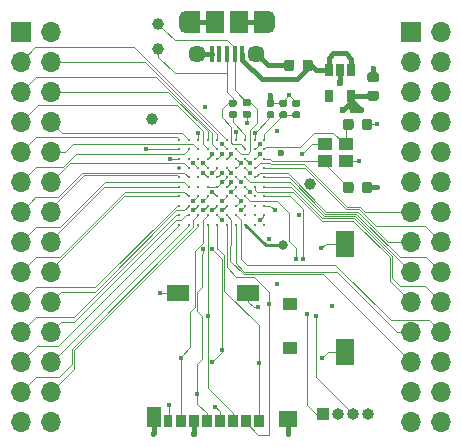
<source format=gbr>
G04 #@! TF.GenerationSoftware,KiCad,Pcbnew,5.0.2-bee76a0~70~ubuntu18.04.1*
G04 #@! TF.CreationDate,2018-12-10T15:17:23+01:00*
G04 #@! TF.ProjectId,sammyultra,73616d6d-7975-46c7-9472-612e6b696361,rev?*
G04 #@! TF.SameCoordinates,Original*
G04 #@! TF.FileFunction,Copper,L1,Top*
G04 #@! TF.FilePolarity,Positive*
%FSLAX46Y46*%
G04 Gerber Fmt 4.6, Leading zero omitted, Abs format (unit mm)*
G04 Created by KiCad (PCBNEW 5.0.2-bee76a0~70~ubuntu18.04.1) date 2018-12-10T15:17:23 CET*
%MOMM*%
%LPD*%
G01*
G04 APERTURE LIST*
G04 #@! TA.AperFunction,SMDPad,CuDef*
%ADD10R,1.600000X2.180000*%
G04 #@! TD*
G04 #@! TA.AperFunction,ComponentPad*
%ADD11C,1.000000*%
G04 #@! TD*
G04 #@! TA.AperFunction,SMDPad,CuDef*
%ADD12R,1.150000X1.000000*%
G04 #@! TD*
G04 #@! TA.AperFunction,Conductor*
%ADD13C,0.100000*%
G04 #@! TD*
G04 #@! TA.AperFunction,SMDPad,CuDef*
%ADD14C,0.875000*%
G04 #@! TD*
G04 #@! TA.AperFunction,SMDPad,CuDef*
%ADD15C,0.590000*%
G04 #@! TD*
G04 #@! TA.AperFunction,ComponentPad*
%ADD16O,1.700000X1.700000*%
G04 #@! TD*
G04 #@! TA.AperFunction,ComponentPad*
%ADD17R,1.700000X1.700000*%
G04 #@! TD*
G04 #@! TA.AperFunction,SMDPad,CuDef*
%ADD18R,0.750000X1.100000*%
G04 #@! TD*
G04 #@! TA.AperFunction,SMDPad,CuDef*
%ADD19R,0.850000X1.100000*%
G04 #@! TD*
G04 #@! TA.AperFunction,SMDPad,CuDef*
%ADD20R,0.875000X1.100000*%
G04 #@! TD*
G04 #@! TA.AperFunction,SMDPad,CuDef*
%ADD21R,1.200000X1.000000*%
G04 #@! TD*
G04 #@! TA.AperFunction,SMDPad,CuDef*
%ADD22R,1.900000X1.350000*%
G04 #@! TD*
G04 #@! TA.AperFunction,SMDPad,CuDef*
%ADD23R,1.170000X1.800000*%
G04 #@! TD*
G04 #@! TA.AperFunction,SMDPad,CuDef*
%ADD24R,1.550000X1.350000*%
G04 #@! TD*
G04 #@! TA.AperFunction,ComponentPad*
%ADD25R,1.000000X1.000000*%
G04 #@! TD*
G04 #@! TA.AperFunction,ComponentPad*
%ADD26O,1.000000X1.000000*%
G04 #@! TD*
G04 #@! TA.AperFunction,SMDPad,CuDef*
%ADD27R,1.500000X1.900000*%
G04 #@! TD*
G04 #@! TA.AperFunction,ComponentPad*
%ADD28C,1.450000*%
G04 #@! TD*
G04 #@! TA.AperFunction,SMDPad,CuDef*
%ADD29R,0.400000X1.350000*%
G04 #@! TD*
G04 #@! TA.AperFunction,ComponentPad*
%ADD30O,1.200000X1.900000*%
G04 #@! TD*
G04 #@! TA.AperFunction,SMDPad,CuDef*
%ADD31R,1.200000X1.900000*%
G04 #@! TD*
G04 #@! TA.AperFunction,SMDPad,CuDef*
%ADD32R,0.650000X1.060000*%
G04 #@! TD*
G04 #@! TA.AperFunction,BGAPad,CuDef*
%ADD33C,0.320000*%
G04 #@! TD*
G04 #@! TA.AperFunction,BGAPad,CuDef*
%ADD34C,0.350000*%
G04 #@! TD*
G04 #@! TA.AperFunction,ViaPad*
%ADD35C,0.450000*%
G04 #@! TD*
G04 #@! TA.AperFunction,ViaPad*
%ADD36C,0.600000*%
G04 #@! TD*
G04 #@! TA.AperFunction,ViaPad*
%ADD37C,0.800000*%
G04 #@! TD*
G04 #@! TA.AperFunction,Conductor*
%ADD38C,0.088900*%
G04 #@! TD*
G04 #@! TA.AperFunction,Conductor*
%ADD39C,0.400000*%
G04 #@! TD*
G04 #@! TA.AperFunction,Conductor*
%ADD40C,0.250000*%
G04 #@! TD*
G04 APERTURE END LIST*
D10*
G04 #@! TO.P,SW1,1*
G04 #@! TO.N,/~RSTB~*
X105400000Y-100210000D03*
G04 #@! TO.P,SW1,2*
G04 #@! TO.N,+3V3*
X105400000Y-109390000D03*
G04 #@! TD*
D11*
G04 #@! TO.P,TP10,1*
G04 #@! TO.N,/USB_D_M*
X89600000Y-81600000D03*
G04 #@! TD*
G04 #@! TO.P,TP9,1*
G04 #@! TO.N,/USB_D_P*
X89600000Y-83700000D03*
G04 #@! TD*
G04 #@! TO.P,TP8,1*
G04 #@! TO.N,/ERASE*
X102500000Y-95200000D03*
G04 #@! TD*
G04 #@! TO.P,TP1,1*
G04 #@! TO.N,+1V8*
X89050000Y-89650000D03*
G04 #@! TD*
D12*
G04 #@! TO.P,Y1,1*
G04 #@! TO.N,/XOUT*
X103725000Y-93200000D03*
G04 #@! TO.P,Y1,2*
G04 #@! TO.N,GND*
X105475000Y-93200000D03*
G04 #@! TO.P,Y1,3*
G04 #@! TO.N,/XIN*
X105475000Y-91800000D03*
G04 #@! TO.P,Y1,4*
G04 #@! TO.N,GND*
X103725000Y-91800000D03*
G04 #@! TD*
D13*
G04 #@! TO.N,GND*
G04 #@! TO.C,C15*
G36*
X107527691Y-89626053D02*
X107548926Y-89629203D01*
X107569750Y-89634419D01*
X107589962Y-89641651D01*
X107609368Y-89650830D01*
X107627781Y-89661866D01*
X107645024Y-89674654D01*
X107660930Y-89689070D01*
X107675346Y-89704976D01*
X107688134Y-89722219D01*
X107699170Y-89740632D01*
X107708349Y-89760038D01*
X107715581Y-89780250D01*
X107720797Y-89801074D01*
X107723947Y-89822309D01*
X107725000Y-89843750D01*
X107725000Y-90356250D01*
X107723947Y-90377691D01*
X107720797Y-90398926D01*
X107715581Y-90419750D01*
X107708349Y-90439962D01*
X107699170Y-90459368D01*
X107688134Y-90477781D01*
X107675346Y-90495024D01*
X107660930Y-90510930D01*
X107645024Y-90525346D01*
X107627781Y-90538134D01*
X107609368Y-90549170D01*
X107589962Y-90558349D01*
X107569750Y-90565581D01*
X107548926Y-90570797D01*
X107527691Y-90573947D01*
X107506250Y-90575000D01*
X107068750Y-90575000D01*
X107047309Y-90573947D01*
X107026074Y-90570797D01*
X107005250Y-90565581D01*
X106985038Y-90558349D01*
X106965632Y-90549170D01*
X106947219Y-90538134D01*
X106929976Y-90525346D01*
X106914070Y-90510930D01*
X106899654Y-90495024D01*
X106886866Y-90477781D01*
X106875830Y-90459368D01*
X106866651Y-90439962D01*
X106859419Y-90419750D01*
X106854203Y-90398926D01*
X106851053Y-90377691D01*
X106850000Y-90356250D01*
X106850000Y-89843750D01*
X106851053Y-89822309D01*
X106854203Y-89801074D01*
X106859419Y-89780250D01*
X106866651Y-89760038D01*
X106875830Y-89740632D01*
X106886866Y-89722219D01*
X106899654Y-89704976D01*
X106914070Y-89689070D01*
X106929976Y-89674654D01*
X106947219Y-89661866D01*
X106965632Y-89650830D01*
X106985038Y-89641651D01*
X107005250Y-89634419D01*
X107026074Y-89629203D01*
X107047309Y-89626053D01*
X107068750Y-89625000D01*
X107506250Y-89625000D01*
X107527691Y-89626053D01*
X107527691Y-89626053D01*
G37*
D14*
G04 #@! TD*
G04 #@! TO.P,C15,2*
G04 #@! TO.N,GND*
X107287500Y-90100000D03*
D13*
G04 #@! TO.N,/XIN*
G04 #@! TO.C,C15*
G36*
X105952691Y-89626053D02*
X105973926Y-89629203D01*
X105994750Y-89634419D01*
X106014962Y-89641651D01*
X106034368Y-89650830D01*
X106052781Y-89661866D01*
X106070024Y-89674654D01*
X106085930Y-89689070D01*
X106100346Y-89704976D01*
X106113134Y-89722219D01*
X106124170Y-89740632D01*
X106133349Y-89760038D01*
X106140581Y-89780250D01*
X106145797Y-89801074D01*
X106148947Y-89822309D01*
X106150000Y-89843750D01*
X106150000Y-90356250D01*
X106148947Y-90377691D01*
X106145797Y-90398926D01*
X106140581Y-90419750D01*
X106133349Y-90439962D01*
X106124170Y-90459368D01*
X106113134Y-90477781D01*
X106100346Y-90495024D01*
X106085930Y-90510930D01*
X106070024Y-90525346D01*
X106052781Y-90538134D01*
X106034368Y-90549170D01*
X106014962Y-90558349D01*
X105994750Y-90565581D01*
X105973926Y-90570797D01*
X105952691Y-90573947D01*
X105931250Y-90575000D01*
X105493750Y-90575000D01*
X105472309Y-90573947D01*
X105451074Y-90570797D01*
X105430250Y-90565581D01*
X105410038Y-90558349D01*
X105390632Y-90549170D01*
X105372219Y-90538134D01*
X105354976Y-90525346D01*
X105339070Y-90510930D01*
X105324654Y-90495024D01*
X105311866Y-90477781D01*
X105300830Y-90459368D01*
X105291651Y-90439962D01*
X105284419Y-90419750D01*
X105279203Y-90398926D01*
X105276053Y-90377691D01*
X105275000Y-90356250D01*
X105275000Y-89843750D01*
X105276053Y-89822309D01*
X105279203Y-89801074D01*
X105284419Y-89780250D01*
X105291651Y-89760038D01*
X105300830Y-89740632D01*
X105311866Y-89722219D01*
X105324654Y-89704976D01*
X105339070Y-89689070D01*
X105354976Y-89674654D01*
X105372219Y-89661866D01*
X105390632Y-89650830D01*
X105410038Y-89641651D01*
X105430250Y-89634419D01*
X105451074Y-89629203D01*
X105472309Y-89626053D01*
X105493750Y-89625000D01*
X105931250Y-89625000D01*
X105952691Y-89626053D01*
X105952691Y-89626053D01*
G37*
D14*
G04 #@! TD*
G04 #@! TO.P,C15,1*
G04 #@! TO.N,/XIN*
X105712500Y-90100000D03*
D13*
G04 #@! TO.N,/XOUT*
G04 #@! TO.C,C16*
G36*
X105952691Y-94976053D02*
X105973926Y-94979203D01*
X105994750Y-94984419D01*
X106014962Y-94991651D01*
X106034368Y-95000830D01*
X106052781Y-95011866D01*
X106070024Y-95024654D01*
X106085930Y-95039070D01*
X106100346Y-95054976D01*
X106113134Y-95072219D01*
X106124170Y-95090632D01*
X106133349Y-95110038D01*
X106140581Y-95130250D01*
X106145797Y-95151074D01*
X106148947Y-95172309D01*
X106150000Y-95193750D01*
X106150000Y-95706250D01*
X106148947Y-95727691D01*
X106145797Y-95748926D01*
X106140581Y-95769750D01*
X106133349Y-95789962D01*
X106124170Y-95809368D01*
X106113134Y-95827781D01*
X106100346Y-95845024D01*
X106085930Y-95860930D01*
X106070024Y-95875346D01*
X106052781Y-95888134D01*
X106034368Y-95899170D01*
X106014962Y-95908349D01*
X105994750Y-95915581D01*
X105973926Y-95920797D01*
X105952691Y-95923947D01*
X105931250Y-95925000D01*
X105493750Y-95925000D01*
X105472309Y-95923947D01*
X105451074Y-95920797D01*
X105430250Y-95915581D01*
X105410038Y-95908349D01*
X105390632Y-95899170D01*
X105372219Y-95888134D01*
X105354976Y-95875346D01*
X105339070Y-95860930D01*
X105324654Y-95845024D01*
X105311866Y-95827781D01*
X105300830Y-95809368D01*
X105291651Y-95789962D01*
X105284419Y-95769750D01*
X105279203Y-95748926D01*
X105276053Y-95727691D01*
X105275000Y-95706250D01*
X105275000Y-95193750D01*
X105276053Y-95172309D01*
X105279203Y-95151074D01*
X105284419Y-95130250D01*
X105291651Y-95110038D01*
X105300830Y-95090632D01*
X105311866Y-95072219D01*
X105324654Y-95054976D01*
X105339070Y-95039070D01*
X105354976Y-95024654D01*
X105372219Y-95011866D01*
X105390632Y-95000830D01*
X105410038Y-94991651D01*
X105430250Y-94984419D01*
X105451074Y-94979203D01*
X105472309Y-94976053D01*
X105493750Y-94975000D01*
X105931250Y-94975000D01*
X105952691Y-94976053D01*
X105952691Y-94976053D01*
G37*
D14*
G04 #@! TD*
G04 #@! TO.P,C16,1*
G04 #@! TO.N,/XOUT*
X105712500Y-95450000D03*
D13*
G04 #@! TO.N,GND*
G04 #@! TO.C,C16*
G36*
X107527691Y-94976053D02*
X107548926Y-94979203D01*
X107569750Y-94984419D01*
X107589962Y-94991651D01*
X107609368Y-95000830D01*
X107627781Y-95011866D01*
X107645024Y-95024654D01*
X107660930Y-95039070D01*
X107675346Y-95054976D01*
X107688134Y-95072219D01*
X107699170Y-95090632D01*
X107708349Y-95110038D01*
X107715581Y-95130250D01*
X107720797Y-95151074D01*
X107723947Y-95172309D01*
X107725000Y-95193750D01*
X107725000Y-95706250D01*
X107723947Y-95727691D01*
X107720797Y-95748926D01*
X107715581Y-95769750D01*
X107708349Y-95789962D01*
X107699170Y-95809368D01*
X107688134Y-95827781D01*
X107675346Y-95845024D01*
X107660930Y-95860930D01*
X107645024Y-95875346D01*
X107627781Y-95888134D01*
X107609368Y-95899170D01*
X107589962Y-95908349D01*
X107569750Y-95915581D01*
X107548926Y-95920797D01*
X107527691Y-95923947D01*
X107506250Y-95925000D01*
X107068750Y-95925000D01*
X107047309Y-95923947D01*
X107026074Y-95920797D01*
X107005250Y-95915581D01*
X106985038Y-95908349D01*
X106965632Y-95899170D01*
X106947219Y-95888134D01*
X106929976Y-95875346D01*
X106914070Y-95860930D01*
X106899654Y-95845024D01*
X106886866Y-95827781D01*
X106875830Y-95809368D01*
X106866651Y-95789962D01*
X106859419Y-95769750D01*
X106854203Y-95748926D01*
X106851053Y-95727691D01*
X106850000Y-95706250D01*
X106850000Y-95193750D01*
X106851053Y-95172309D01*
X106854203Y-95151074D01*
X106859419Y-95130250D01*
X106866651Y-95110038D01*
X106875830Y-95090632D01*
X106886866Y-95072219D01*
X106899654Y-95054976D01*
X106914070Y-95039070D01*
X106929976Y-95024654D01*
X106947219Y-95011866D01*
X106965632Y-95000830D01*
X106985038Y-94991651D01*
X107005250Y-94984419D01*
X107026074Y-94979203D01*
X107047309Y-94976053D01*
X107068750Y-94975000D01*
X107506250Y-94975000D01*
X107527691Y-94976053D01*
X107527691Y-94976053D01*
G37*
D14*
G04 #@! TD*
G04 #@! TO.P,C16,2*
G04 #@! TO.N,GND*
X107287500Y-95450000D03*
D13*
G04 #@! TO.N,/USB_D_M*
G04 #@! TO.C,R1*
G36*
X97306958Y-87980710D02*
X97321276Y-87982834D01*
X97335317Y-87986351D01*
X97348946Y-87991228D01*
X97362031Y-87997417D01*
X97374447Y-88004858D01*
X97386073Y-88013481D01*
X97396798Y-88023202D01*
X97406519Y-88033927D01*
X97415142Y-88045553D01*
X97422583Y-88057969D01*
X97428772Y-88071054D01*
X97433649Y-88084683D01*
X97437166Y-88098724D01*
X97439290Y-88113042D01*
X97440000Y-88127500D01*
X97440000Y-88422500D01*
X97439290Y-88436958D01*
X97437166Y-88451276D01*
X97433649Y-88465317D01*
X97428772Y-88478946D01*
X97422583Y-88492031D01*
X97415142Y-88504447D01*
X97406519Y-88516073D01*
X97396798Y-88526798D01*
X97386073Y-88536519D01*
X97374447Y-88545142D01*
X97362031Y-88552583D01*
X97348946Y-88558772D01*
X97335317Y-88563649D01*
X97321276Y-88567166D01*
X97306958Y-88569290D01*
X97292500Y-88570000D01*
X96947500Y-88570000D01*
X96933042Y-88569290D01*
X96918724Y-88567166D01*
X96904683Y-88563649D01*
X96891054Y-88558772D01*
X96877969Y-88552583D01*
X96865553Y-88545142D01*
X96853927Y-88536519D01*
X96843202Y-88526798D01*
X96833481Y-88516073D01*
X96824858Y-88504447D01*
X96817417Y-88492031D01*
X96811228Y-88478946D01*
X96806351Y-88465317D01*
X96802834Y-88451276D01*
X96800710Y-88436958D01*
X96800000Y-88422500D01*
X96800000Y-88127500D01*
X96800710Y-88113042D01*
X96802834Y-88098724D01*
X96806351Y-88084683D01*
X96811228Y-88071054D01*
X96817417Y-88057969D01*
X96824858Y-88045553D01*
X96833481Y-88033927D01*
X96843202Y-88023202D01*
X96853927Y-88013481D01*
X96865553Y-88004858D01*
X96877969Y-87997417D01*
X96891054Y-87991228D01*
X96904683Y-87986351D01*
X96918724Y-87982834D01*
X96933042Y-87980710D01*
X96947500Y-87980000D01*
X97292500Y-87980000D01*
X97306958Y-87980710D01*
X97306958Y-87980710D01*
G37*
D15*
G04 #@! TD*
G04 #@! TO.P,R1,2*
G04 #@! TO.N,/USB_D_M*
X97120000Y-88275000D03*
D13*
G04 #@! TO.N,/DFSDM*
G04 #@! TO.C,R1*
G36*
X97306958Y-88950710D02*
X97321276Y-88952834D01*
X97335317Y-88956351D01*
X97348946Y-88961228D01*
X97362031Y-88967417D01*
X97374447Y-88974858D01*
X97386073Y-88983481D01*
X97396798Y-88993202D01*
X97406519Y-89003927D01*
X97415142Y-89015553D01*
X97422583Y-89027969D01*
X97428772Y-89041054D01*
X97433649Y-89054683D01*
X97437166Y-89068724D01*
X97439290Y-89083042D01*
X97440000Y-89097500D01*
X97440000Y-89392500D01*
X97439290Y-89406958D01*
X97437166Y-89421276D01*
X97433649Y-89435317D01*
X97428772Y-89448946D01*
X97422583Y-89462031D01*
X97415142Y-89474447D01*
X97406519Y-89486073D01*
X97396798Y-89496798D01*
X97386073Y-89506519D01*
X97374447Y-89515142D01*
X97362031Y-89522583D01*
X97348946Y-89528772D01*
X97335317Y-89533649D01*
X97321276Y-89537166D01*
X97306958Y-89539290D01*
X97292500Y-89540000D01*
X96947500Y-89540000D01*
X96933042Y-89539290D01*
X96918724Y-89537166D01*
X96904683Y-89533649D01*
X96891054Y-89528772D01*
X96877969Y-89522583D01*
X96865553Y-89515142D01*
X96853927Y-89506519D01*
X96843202Y-89496798D01*
X96833481Y-89486073D01*
X96824858Y-89474447D01*
X96817417Y-89462031D01*
X96811228Y-89448946D01*
X96806351Y-89435317D01*
X96802834Y-89421276D01*
X96800710Y-89406958D01*
X96800000Y-89392500D01*
X96800000Y-89097500D01*
X96800710Y-89083042D01*
X96802834Y-89068724D01*
X96806351Y-89054683D01*
X96811228Y-89041054D01*
X96817417Y-89027969D01*
X96824858Y-89015553D01*
X96833481Y-89003927D01*
X96843202Y-88993202D01*
X96853927Y-88983481D01*
X96865553Y-88974858D01*
X96877969Y-88967417D01*
X96891054Y-88961228D01*
X96904683Y-88956351D01*
X96918724Y-88952834D01*
X96933042Y-88950710D01*
X96947500Y-88950000D01*
X97292500Y-88950000D01*
X97306958Y-88950710D01*
X97306958Y-88950710D01*
G37*
D15*
G04 #@! TD*
G04 #@! TO.P,R1,1*
G04 #@! TO.N,/DFSDM*
X97120000Y-89245000D03*
D13*
G04 #@! TO.N,/DFSDP*
G04 #@! TO.C,R2*
G36*
X96116958Y-88980710D02*
X96131276Y-88982834D01*
X96145317Y-88986351D01*
X96158946Y-88991228D01*
X96172031Y-88997417D01*
X96184447Y-89004858D01*
X96196073Y-89013481D01*
X96206798Y-89023202D01*
X96216519Y-89033927D01*
X96225142Y-89045553D01*
X96232583Y-89057969D01*
X96238772Y-89071054D01*
X96243649Y-89084683D01*
X96247166Y-89098724D01*
X96249290Y-89113042D01*
X96250000Y-89127500D01*
X96250000Y-89422500D01*
X96249290Y-89436958D01*
X96247166Y-89451276D01*
X96243649Y-89465317D01*
X96238772Y-89478946D01*
X96232583Y-89492031D01*
X96225142Y-89504447D01*
X96216519Y-89516073D01*
X96206798Y-89526798D01*
X96196073Y-89536519D01*
X96184447Y-89545142D01*
X96172031Y-89552583D01*
X96158946Y-89558772D01*
X96145317Y-89563649D01*
X96131276Y-89567166D01*
X96116958Y-89569290D01*
X96102500Y-89570000D01*
X95757500Y-89570000D01*
X95743042Y-89569290D01*
X95728724Y-89567166D01*
X95714683Y-89563649D01*
X95701054Y-89558772D01*
X95687969Y-89552583D01*
X95675553Y-89545142D01*
X95663927Y-89536519D01*
X95653202Y-89526798D01*
X95643481Y-89516073D01*
X95634858Y-89504447D01*
X95627417Y-89492031D01*
X95621228Y-89478946D01*
X95616351Y-89465317D01*
X95612834Y-89451276D01*
X95610710Y-89436958D01*
X95610000Y-89422500D01*
X95610000Y-89127500D01*
X95610710Y-89113042D01*
X95612834Y-89098724D01*
X95616351Y-89084683D01*
X95621228Y-89071054D01*
X95627417Y-89057969D01*
X95634858Y-89045553D01*
X95643481Y-89033927D01*
X95653202Y-89023202D01*
X95663927Y-89013481D01*
X95675553Y-89004858D01*
X95687969Y-88997417D01*
X95701054Y-88991228D01*
X95714683Y-88986351D01*
X95728724Y-88982834D01*
X95743042Y-88980710D01*
X95757500Y-88980000D01*
X96102500Y-88980000D01*
X96116958Y-88980710D01*
X96116958Y-88980710D01*
G37*
D15*
G04 #@! TD*
G04 #@! TO.P,R2,1*
G04 #@! TO.N,/DFSDP*
X95930000Y-89275000D03*
D13*
G04 #@! TO.N,/USB_D_P*
G04 #@! TO.C,R2*
G36*
X96116958Y-88010710D02*
X96131276Y-88012834D01*
X96145317Y-88016351D01*
X96158946Y-88021228D01*
X96172031Y-88027417D01*
X96184447Y-88034858D01*
X96196073Y-88043481D01*
X96206798Y-88053202D01*
X96216519Y-88063927D01*
X96225142Y-88075553D01*
X96232583Y-88087969D01*
X96238772Y-88101054D01*
X96243649Y-88114683D01*
X96247166Y-88128724D01*
X96249290Y-88143042D01*
X96250000Y-88157500D01*
X96250000Y-88452500D01*
X96249290Y-88466958D01*
X96247166Y-88481276D01*
X96243649Y-88495317D01*
X96238772Y-88508946D01*
X96232583Y-88522031D01*
X96225142Y-88534447D01*
X96216519Y-88546073D01*
X96206798Y-88556798D01*
X96196073Y-88566519D01*
X96184447Y-88575142D01*
X96172031Y-88582583D01*
X96158946Y-88588772D01*
X96145317Y-88593649D01*
X96131276Y-88597166D01*
X96116958Y-88599290D01*
X96102500Y-88600000D01*
X95757500Y-88600000D01*
X95743042Y-88599290D01*
X95728724Y-88597166D01*
X95714683Y-88593649D01*
X95701054Y-88588772D01*
X95687969Y-88582583D01*
X95675553Y-88575142D01*
X95663927Y-88566519D01*
X95653202Y-88556798D01*
X95643481Y-88546073D01*
X95634858Y-88534447D01*
X95627417Y-88522031D01*
X95621228Y-88508946D01*
X95616351Y-88495317D01*
X95612834Y-88481276D01*
X95610710Y-88466958D01*
X95610000Y-88452500D01*
X95610000Y-88157500D01*
X95610710Y-88143042D01*
X95612834Y-88128724D01*
X95616351Y-88114683D01*
X95621228Y-88101054D01*
X95627417Y-88087969D01*
X95634858Y-88075553D01*
X95643481Y-88063927D01*
X95653202Y-88053202D01*
X95663927Y-88043481D01*
X95675553Y-88034858D01*
X95687969Y-88027417D01*
X95701054Y-88021228D01*
X95714683Y-88016351D01*
X95728724Y-88012834D01*
X95743042Y-88010710D01*
X95757500Y-88010000D01*
X96102500Y-88010000D01*
X96116958Y-88010710D01*
X96116958Y-88010710D01*
G37*
D15*
G04 #@! TD*
G04 #@! TO.P,R2,2*
G04 #@! TO.N,/USB_D_P*
X95930000Y-88305000D03*
D16*
G04 #@! TO.P,J3,28*
G04 #@! TO.N,GND*
X80540000Y-115300000D03*
G04 #@! TO.P,J3,27*
G04 #@! TO.N,+3V3*
X78000000Y-115300000D03*
G04 #@! TO.P,J3,26*
G04 #@! TO.N,/PA2*
X80540000Y-112760000D03*
G04 #@! TO.P,J3,25*
G04 #@! TO.N,/PA1*
X78000000Y-112760000D03*
G04 #@! TO.P,J3,24*
G04 #@! TO.N,/PA0*
X80540000Y-110220000D03*
G04 #@! TO.P,J3,23*
G04 #@! TO.N,/PA25*
X78000000Y-110220000D03*
G04 #@! TO.P,J3,22*
G04 #@! TO.N,/PA26*
X80540000Y-107680000D03*
G04 #@! TO.P,J3,21*
G04 #@! TO.N,/PA23*
X78000000Y-107680000D03*
G04 #@! TO.P,J3,20*
G04 #@! TO.N,/PA21*
X80540000Y-105140000D03*
G04 #@! TO.P,J3,19*
G04 #@! TO.N,/PA20*
X78000000Y-105140000D03*
G04 #@! TO.P,J3,18*
G04 #@! TO.N,/PA17*
X80540000Y-102600000D03*
G04 #@! TO.P,J3,17*
G04 #@! TO.N,/PA19*
X78000000Y-102600000D03*
G04 #@! TO.P,J3,16*
G04 #@! TO.N,/PA14*
X80540000Y-100060000D03*
G04 #@! TO.P,J3,15*
G04 #@! TO.N,/PA16*
X78000000Y-100060000D03*
G04 #@! TO.P,J3,14*
G04 #@! TO.N,/PB4*
X80540000Y-97520000D03*
G04 #@! TO.P,J3,13*
G04 #@! TO.N,/PB3*
X78000000Y-97520000D03*
G04 #@! TO.P,J3,12*
G04 #@! TO.N,/PA30*
X80540000Y-94980000D03*
G04 #@! TO.P,J3,11*
G04 #@! TO.N,/PB8*
X78000000Y-94980000D03*
G04 #@! TO.P,J3,10*
G04 #@! TO.N,/PB5*
X80540000Y-92440000D03*
G04 #@! TO.P,J3,9*
G04 #@! TO.N,/PB7*
X78000000Y-92440000D03*
G04 #@! TO.P,J3,8*
G04 #@! TO.N,/PB6*
X80540000Y-89900000D03*
G04 #@! TO.P,J3,7*
G04 #@! TO.N,/PB2*
X78000000Y-89900000D03*
G04 #@! TO.P,J3,6*
G04 #@! TO.N,/PB11*
X80540000Y-87360000D03*
G04 #@! TO.P,J3,5*
G04 #@! TO.N,/PB12*
X78000000Y-87360000D03*
G04 #@! TO.P,J3,4*
G04 #@! TO.N,/PB1*
X80540000Y-84820000D03*
G04 #@! TO.P,J3,3*
G04 #@! TO.N,/PA29*
X78000000Y-84820000D03*
G04 #@! TO.P,J3,2*
G04 #@! TO.N,GND*
X80540000Y-82280000D03*
D17*
G04 #@! TO.P,J3,1*
G04 #@! TO.N,+3V3*
X78000000Y-82280000D03*
G04 #@! TD*
G04 #@! TO.P,J5,1*
G04 #@! TO.N,+3V3*
X111000000Y-82280000D03*
D16*
G04 #@! TO.P,J5,2*
G04 #@! TO.N,GND*
X113540000Y-82280000D03*
G04 #@! TO.P,J5,3*
G04 #@! TO.N,/PA22*
X111000000Y-84820000D03*
G04 #@! TO.P,J5,4*
G04 #@! TO.N,/PB13*
X113540000Y-84820000D03*
G04 #@! TO.P,J5,5*
G04 #@! TO.N,/PB0*
X111000000Y-87360000D03*
G04 #@! TO.P,J5,6*
G04 #@! TO.N,/PA28*
X113540000Y-87360000D03*
G04 #@! TO.P,J5,7*
G04 #@! TO.N,/PA31*
X111000000Y-89900000D03*
G04 #@! TO.P,J5,8*
G04 #@! TO.N,/PB14*
X113540000Y-89900000D03*
G04 #@! TO.P,J5,9*
G04 #@! TO.N,/PB9*
X111000000Y-92440000D03*
G04 #@! TO.P,J5,10*
G04 #@! TO.N,/PB20*
X113540000Y-92440000D03*
G04 #@! TO.P,J5,11*
G04 #@! TO.N,/PB22*
X111000000Y-94980000D03*
G04 #@! TO.P,J5,12*
G04 #@! TO.N,/PB16*
X113540000Y-94980000D03*
G04 #@! TO.P,J5,13*
G04 #@! TO.N,/PB10*
X111000000Y-97520000D03*
G04 #@! TO.P,J5,14*
G04 #@! TO.N,/PB15*
X113540000Y-97520000D03*
G04 #@! TO.P,J5,15*
G04 #@! TO.N,/PB18*
X111000000Y-100060000D03*
G04 #@! TO.P,J5,16*
G04 #@! TO.N,/PB17*
X113540000Y-100060000D03*
G04 #@! TO.P,J5,17*
G04 #@! TO.N,/PB19*
X111000000Y-102600000D03*
G04 #@! TO.P,J5,18*
G04 #@! TO.N,/PB21*
X113540000Y-102600000D03*
G04 #@! TO.P,J5,19*
G04 #@! TO.N,/PB24*
X111000000Y-105140000D03*
G04 #@! TO.P,J5,20*
G04 #@! TO.N,/PB23*
X113540000Y-105140000D03*
G04 #@! TO.P,J5,21*
G04 #@! TO.N,/PA12*
X111000000Y-107680000D03*
G04 #@! TO.P,J5,22*
G04 #@! TO.N,/PA11*
X113540000Y-107680000D03*
G04 #@! TO.P,J5,23*
G04 #@! TO.N,/PA9*
X111000000Y-110220000D03*
G04 #@! TO.P,J5,24*
G04 #@! TO.N,/PA10*
X113540000Y-110220000D03*
G04 #@! TO.P,J5,25*
G04 #@! TO.N,/PA24*
X111000000Y-112760000D03*
G04 #@! TO.P,J5,26*
G04 #@! TO.N,/PA18*
X113540000Y-112760000D03*
G04 #@! TO.P,J5,27*
G04 #@! TO.N,+3V3*
X111000000Y-115300000D03*
G04 #@! TO.P,J5,28*
G04 #@! TO.N,GND*
X113540000Y-115300000D03*
G04 #@! TD*
D18*
G04 #@! TO.P,J2,8*
G04 #@! TO.N,/MCDA1*
X90455000Y-115200000D03*
D19*
G04 #@! TO.P,J2,7*
G04 #@! TO.N,/MCDA0*
X91505000Y-115200000D03*
G04 #@! TO.P,J2,6*
G04 #@! TO.N,GND*
X92605000Y-115200000D03*
G04 #@! TO.P,J2,5*
G04 #@! TO.N,/MCCK*
X93705000Y-115200000D03*
G04 #@! TO.P,J2,4*
G04 #@! TO.N,+3V3*
X94805000Y-115200000D03*
G04 #@! TO.P,J2,3*
G04 #@! TO.N,/MCCDA*
X95905000Y-115200000D03*
D20*
G04 #@! TO.P,J2,2*
G04 #@! TO.N,/MCDA3*
X97005000Y-115200000D03*
D19*
G04 #@! TO.P,J2,1*
G04 #@! TO.N,/MCDA2*
X98105000Y-115200000D03*
D21*
G04 #@! TO.P,J2,9*
G04 #@! TO.N,Net-(J2-Pad9)*
X100740000Y-109050000D03*
G04 #@! TO.P,J2,10*
G04 #@! TO.N,Net-(J2-Pad10)*
X100740000Y-105350000D03*
D22*
G04 #@! TO.P,J2,11*
G04 #@! TO.N,GND*
X91270000Y-104375000D03*
X97240000Y-104375000D03*
D23*
X89245000Y-114850000D03*
D24*
X100565000Y-115075000D03*
G04 #@! TD*
D13*
G04 #@! TO.N,/VBG*
G04 #@! TO.C,C18*
G36*
X101486958Y-89010710D02*
X101501276Y-89012834D01*
X101515317Y-89016351D01*
X101528946Y-89021228D01*
X101542031Y-89027417D01*
X101554447Y-89034858D01*
X101566073Y-89043481D01*
X101576798Y-89053202D01*
X101586519Y-89063927D01*
X101595142Y-89075553D01*
X101602583Y-89087969D01*
X101608772Y-89101054D01*
X101613649Y-89114683D01*
X101617166Y-89128724D01*
X101619290Y-89143042D01*
X101620000Y-89157500D01*
X101620000Y-89452500D01*
X101619290Y-89466958D01*
X101617166Y-89481276D01*
X101613649Y-89495317D01*
X101608772Y-89508946D01*
X101602583Y-89522031D01*
X101595142Y-89534447D01*
X101586519Y-89546073D01*
X101576798Y-89556798D01*
X101566073Y-89566519D01*
X101554447Y-89575142D01*
X101542031Y-89582583D01*
X101528946Y-89588772D01*
X101515317Y-89593649D01*
X101501276Y-89597166D01*
X101486958Y-89599290D01*
X101472500Y-89600000D01*
X101127500Y-89600000D01*
X101113042Y-89599290D01*
X101098724Y-89597166D01*
X101084683Y-89593649D01*
X101071054Y-89588772D01*
X101057969Y-89582583D01*
X101045553Y-89575142D01*
X101033927Y-89566519D01*
X101023202Y-89556798D01*
X101013481Y-89546073D01*
X101004858Y-89534447D01*
X100997417Y-89522031D01*
X100991228Y-89508946D01*
X100986351Y-89495317D01*
X100982834Y-89481276D01*
X100980710Y-89466958D01*
X100980000Y-89452500D01*
X100980000Y-89157500D01*
X100980710Y-89143042D01*
X100982834Y-89128724D01*
X100986351Y-89114683D01*
X100991228Y-89101054D01*
X100997417Y-89087969D01*
X101004858Y-89075553D01*
X101013481Y-89063927D01*
X101023202Y-89053202D01*
X101033927Y-89043481D01*
X101045553Y-89034858D01*
X101057969Y-89027417D01*
X101071054Y-89021228D01*
X101084683Y-89016351D01*
X101098724Y-89012834D01*
X101113042Y-89010710D01*
X101127500Y-89010000D01*
X101472500Y-89010000D01*
X101486958Y-89010710D01*
X101486958Y-89010710D01*
G37*
D15*
G04 #@! TD*
G04 #@! TO.P,C18,2*
G04 #@! TO.N,/VBG*
X101300000Y-89305000D03*
D13*
G04 #@! TO.N,GND*
G04 #@! TO.C,C18*
G36*
X101486958Y-88040710D02*
X101501276Y-88042834D01*
X101515317Y-88046351D01*
X101528946Y-88051228D01*
X101542031Y-88057417D01*
X101554447Y-88064858D01*
X101566073Y-88073481D01*
X101576798Y-88083202D01*
X101586519Y-88093927D01*
X101595142Y-88105553D01*
X101602583Y-88117969D01*
X101608772Y-88131054D01*
X101613649Y-88144683D01*
X101617166Y-88158724D01*
X101619290Y-88173042D01*
X101620000Y-88187500D01*
X101620000Y-88482500D01*
X101619290Y-88496958D01*
X101617166Y-88511276D01*
X101613649Y-88525317D01*
X101608772Y-88538946D01*
X101602583Y-88552031D01*
X101595142Y-88564447D01*
X101586519Y-88576073D01*
X101576798Y-88586798D01*
X101566073Y-88596519D01*
X101554447Y-88605142D01*
X101542031Y-88612583D01*
X101528946Y-88618772D01*
X101515317Y-88623649D01*
X101501276Y-88627166D01*
X101486958Y-88629290D01*
X101472500Y-88630000D01*
X101127500Y-88630000D01*
X101113042Y-88629290D01*
X101098724Y-88627166D01*
X101084683Y-88623649D01*
X101071054Y-88618772D01*
X101057969Y-88612583D01*
X101045553Y-88605142D01*
X101033927Y-88596519D01*
X101023202Y-88586798D01*
X101013481Y-88576073D01*
X101004858Y-88564447D01*
X100997417Y-88552031D01*
X100991228Y-88538946D01*
X100986351Y-88525317D01*
X100982834Y-88511276D01*
X100980710Y-88496958D01*
X100980000Y-88482500D01*
X100980000Y-88187500D01*
X100980710Y-88173042D01*
X100982834Y-88158724D01*
X100986351Y-88144683D01*
X100991228Y-88131054D01*
X100997417Y-88117969D01*
X101004858Y-88105553D01*
X101013481Y-88093927D01*
X101023202Y-88083202D01*
X101033927Y-88073481D01*
X101045553Y-88064858D01*
X101057969Y-88057417D01*
X101071054Y-88051228D01*
X101084683Y-88046351D01*
X101098724Y-88042834D01*
X101113042Y-88040710D01*
X101127500Y-88040000D01*
X101472500Y-88040000D01*
X101486958Y-88040710D01*
X101486958Y-88040710D01*
G37*
D15*
G04 #@! TD*
G04 #@! TO.P,C18,1*
G04 #@! TO.N,GND*
X101300000Y-88335000D03*
D13*
G04 #@! TO.N,/VBG*
G04 #@! TO.C,R4*
G36*
X100386958Y-89010710D02*
X100401276Y-89012834D01*
X100415317Y-89016351D01*
X100428946Y-89021228D01*
X100442031Y-89027417D01*
X100454447Y-89034858D01*
X100466073Y-89043481D01*
X100476798Y-89053202D01*
X100486519Y-89063927D01*
X100495142Y-89075553D01*
X100502583Y-89087969D01*
X100508772Y-89101054D01*
X100513649Y-89114683D01*
X100517166Y-89128724D01*
X100519290Y-89143042D01*
X100520000Y-89157500D01*
X100520000Y-89452500D01*
X100519290Y-89466958D01*
X100517166Y-89481276D01*
X100513649Y-89495317D01*
X100508772Y-89508946D01*
X100502583Y-89522031D01*
X100495142Y-89534447D01*
X100486519Y-89546073D01*
X100476798Y-89556798D01*
X100466073Y-89566519D01*
X100454447Y-89575142D01*
X100442031Y-89582583D01*
X100428946Y-89588772D01*
X100415317Y-89593649D01*
X100401276Y-89597166D01*
X100386958Y-89599290D01*
X100372500Y-89600000D01*
X100027500Y-89600000D01*
X100013042Y-89599290D01*
X99998724Y-89597166D01*
X99984683Y-89593649D01*
X99971054Y-89588772D01*
X99957969Y-89582583D01*
X99945553Y-89575142D01*
X99933927Y-89566519D01*
X99923202Y-89556798D01*
X99913481Y-89546073D01*
X99904858Y-89534447D01*
X99897417Y-89522031D01*
X99891228Y-89508946D01*
X99886351Y-89495317D01*
X99882834Y-89481276D01*
X99880710Y-89466958D01*
X99880000Y-89452500D01*
X99880000Y-89157500D01*
X99880710Y-89143042D01*
X99882834Y-89128724D01*
X99886351Y-89114683D01*
X99891228Y-89101054D01*
X99897417Y-89087969D01*
X99904858Y-89075553D01*
X99913481Y-89063927D01*
X99923202Y-89053202D01*
X99933927Y-89043481D01*
X99945553Y-89034858D01*
X99957969Y-89027417D01*
X99971054Y-89021228D01*
X99984683Y-89016351D01*
X99998724Y-89012834D01*
X100013042Y-89010710D01*
X100027500Y-89010000D01*
X100372500Y-89010000D01*
X100386958Y-89010710D01*
X100386958Y-89010710D01*
G37*
D15*
G04 #@! TD*
G04 #@! TO.P,R4,1*
G04 #@! TO.N,/VBG*
X100200000Y-89305000D03*
D13*
G04 #@! TO.N,GND*
G04 #@! TO.C,R4*
G36*
X100386958Y-88040710D02*
X100401276Y-88042834D01*
X100415317Y-88046351D01*
X100428946Y-88051228D01*
X100442031Y-88057417D01*
X100454447Y-88064858D01*
X100466073Y-88073481D01*
X100476798Y-88083202D01*
X100486519Y-88093927D01*
X100495142Y-88105553D01*
X100502583Y-88117969D01*
X100508772Y-88131054D01*
X100513649Y-88144683D01*
X100517166Y-88158724D01*
X100519290Y-88173042D01*
X100520000Y-88187500D01*
X100520000Y-88482500D01*
X100519290Y-88496958D01*
X100517166Y-88511276D01*
X100513649Y-88525317D01*
X100508772Y-88538946D01*
X100502583Y-88552031D01*
X100495142Y-88564447D01*
X100486519Y-88576073D01*
X100476798Y-88586798D01*
X100466073Y-88596519D01*
X100454447Y-88605142D01*
X100442031Y-88612583D01*
X100428946Y-88618772D01*
X100415317Y-88623649D01*
X100401276Y-88627166D01*
X100386958Y-88629290D01*
X100372500Y-88630000D01*
X100027500Y-88630000D01*
X100013042Y-88629290D01*
X99998724Y-88627166D01*
X99984683Y-88623649D01*
X99971054Y-88618772D01*
X99957969Y-88612583D01*
X99945553Y-88605142D01*
X99933927Y-88596519D01*
X99923202Y-88586798D01*
X99913481Y-88576073D01*
X99904858Y-88564447D01*
X99897417Y-88552031D01*
X99891228Y-88538946D01*
X99886351Y-88525317D01*
X99882834Y-88511276D01*
X99880710Y-88496958D01*
X99880000Y-88482500D01*
X99880000Y-88187500D01*
X99880710Y-88173042D01*
X99882834Y-88158724D01*
X99886351Y-88144683D01*
X99891228Y-88131054D01*
X99897417Y-88117969D01*
X99904858Y-88105553D01*
X99913481Y-88093927D01*
X99923202Y-88083202D01*
X99933927Y-88073481D01*
X99945553Y-88064858D01*
X99957969Y-88057417D01*
X99971054Y-88051228D01*
X99984683Y-88046351D01*
X99998724Y-88042834D01*
X100013042Y-88040710D01*
X100027500Y-88040000D01*
X100372500Y-88040000D01*
X100386958Y-88040710D01*
X100386958Y-88040710D01*
G37*
D15*
G04 #@! TD*
G04 #@! TO.P,R4,2*
G04 #@! TO.N,GND*
X100200000Y-88335000D03*
D13*
G04 #@! TO.N,GND*
G04 #@! TO.C,C1*
G36*
X99296958Y-88030710D02*
X99311276Y-88032834D01*
X99325317Y-88036351D01*
X99338946Y-88041228D01*
X99352031Y-88047417D01*
X99364447Y-88054858D01*
X99376073Y-88063481D01*
X99386798Y-88073202D01*
X99396519Y-88083927D01*
X99405142Y-88095553D01*
X99412583Y-88107969D01*
X99418772Y-88121054D01*
X99423649Y-88134683D01*
X99427166Y-88148724D01*
X99429290Y-88163042D01*
X99430000Y-88177500D01*
X99430000Y-88472500D01*
X99429290Y-88486958D01*
X99427166Y-88501276D01*
X99423649Y-88515317D01*
X99418772Y-88528946D01*
X99412583Y-88542031D01*
X99405142Y-88554447D01*
X99396519Y-88566073D01*
X99386798Y-88576798D01*
X99376073Y-88586519D01*
X99364447Y-88595142D01*
X99352031Y-88602583D01*
X99338946Y-88608772D01*
X99325317Y-88613649D01*
X99311276Y-88617166D01*
X99296958Y-88619290D01*
X99282500Y-88620000D01*
X98937500Y-88620000D01*
X98923042Y-88619290D01*
X98908724Y-88617166D01*
X98894683Y-88613649D01*
X98881054Y-88608772D01*
X98867969Y-88602583D01*
X98855553Y-88595142D01*
X98843927Y-88586519D01*
X98833202Y-88576798D01*
X98823481Y-88566073D01*
X98814858Y-88554447D01*
X98807417Y-88542031D01*
X98801228Y-88528946D01*
X98796351Y-88515317D01*
X98792834Y-88501276D01*
X98790710Y-88486958D01*
X98790000Y-88472500D01*
X98790000Y-88177500D01*
X98790710Y-88163042D01*
X98792834Y-88148724D01*
X98796351Y-88134683D01*
X98801228Y-88121054D01*
X98807417Y-88107969D01*
X98814858Y-88095553D01*
X98823481Y-88083927D01*
X98833202Y-88073202D01*
X98843927Y-88063481D01*
X98855553Y-88054858D01*
X98867969Y-88047417D01*
X98881054Y-88041228D01*
X98894683Y-88036351D01*
X98908724Y-88032834D01*
X98923042Y-88030710D01*
X98937500Y-88030000D01*
X99282500Y-88030000D01*
X99296958Y-88030710D01*
X99296958Y-88030710D01*
G37*
D15*
G04 #@! TD*
G04 #@! TO.P,C1,2*
G04 #@! TO.N,GND*
X99110000Y-88325000D03*
D13*
G04 #@! TO.N,+1V8*
G04 #@! TO.C,C1*
G36*
X99296958Y-89000710D02*
X99311276Y-89002834D01*
X99325317Y-89006351D01*
X99338946Y-89011228D01*
X99352031Y-89017417D01*
X99364447Y-89024858D01*
X99376073Y-89033481D01*
X99386798Y-89043202D01*
X99396519Y-89053927D01*
X99405142Y-89065553D01*
X99412583Y-89077969D01*
X99418772Y-89091054D01*
X99423649Y-89104683D01*
X99427166Y-89118724D01*
X99429290Y-89133042D01*
X99430000Y-89147500D01*
X99430000Y-89442500D01*
X99429290Y-89456958D01*
X99427166Y-89471276D01*
X99423649Y-89485317D01*
X99418772Y-89498946D01*
X99412583Y-89512031D01*
X99405142Y-89524447D01*
X99396519Y-89536073D01*
X99386798Y-89546798D01*
X99376073Y-89556519D01*
X99364447Y-89565142D01*
X99352031Y-89572583D01*
X99338946Y-89578772D01*
X99325317Y-89583649D01*
X99311276Y-89587166D01*
X99296958Y-89589290D01*
X99282500Y-89590000D01*
X98937500Y-89590000D01*
X98923042Y-89589290D01*
X98908724Y-89587166D01*
X98894683Y-89583649D01*
X98881054Y-89578772D01*
X98867969Y-89572583D01*
X98855553Y-89565142D01*
X98843927Y-89556519D01*
X98833202Y-89546798D01*
X98823481Y-89536073D01*
X98814858Y-89524447D01*
X98807417Y-89512031D01*
X98801228Y-89498946D01*
X98796351Y-89485317D01*
X98792834Y-89471276D01*
X98790710Y-89456958D01*
X98790000Y-89442500D01*
X98790000Y-89147500D01*
X98790710Y-89133042D01*
X98792834Y-89118724D01*
X98796351Y-89104683D01*
X98801228Y-89091054D01*
X98807417Y-89077969D01*
X98814858Y-89065553D01*
X98823481Y-89053927D01*
X98833202Y-89043202D01*
X98843927Y-89033481D01*
X98855553Y-89024858D01*
X98867969Y-89017417D01*
X98881054Y-89011228D01*
X98894683Y-89006351D01*
X98908724Y-89002834D01*
X98923042Y-89000710D01*
X98937500Y-89000000D01*
X99282500Y-89000000D01*
X99296958Y-89000710D01*
X99296958Y-89000710D01*
G37*
D15*
G04 #@! TD*
G04 #@! TO.P,C1,1*
G04 #@! TO.N,+1V8*
X99110000Y-89295000D03*
D13*
G04 #@! TO.N,GND*
G04 #@! TO.C,C20*
G36*
X108077691Y-85676053D02*
X108098926Y-85679203D01*
X108119750Y-85684419D01*
X108139962Y-85691651D01*
X108159368Y-85700830D01*
X108177781Y-85711866D01*
X108195024Y-85724654D01*
X108210930Y-85739070D01*
X108225346Y-85754976D01*
X108238134Y-85772219D01*
X108249170Y-85790632D01*
X108258349Y-85810038D01*
X108265581Y-85830250D01*
X108270797Y-85851074D01*
X108273947Y-85872309D01*
X108275000Y-85893750D01*
X108275000Y-86331250D01*
X108273947Y-86352691D01*
X108270797Y-86373926D01*
X108265581Y-86394750D01*
X108258349Y-86414962D01*
X108249170Y-86434368D01*
X108238134Y-86452781D01*
X108225346Y-86470024D01*
X108210930Y-86485930D01*
X108195024Y-86500346D01*
X108177781Y-86513134D01*
X108159368Y-86524170D01*
X108139962Y-86533349D01*
X108119750Y-86540581D01*
X108098926Y-86545797D01*
X108077691Y-86548947D01*
X108056250Y-86550000D01*
X107543750Y-86550000D01*
X107522309Y-86548947D01*
X107501074Y-86545797D01*
X107480250Y-86540581D01*
X107460038Y-86533349D01*
X107440632Y-86524170D01*
X107422219Y-86513134D01*
X107404976Y-86500346D01*
X107389070Y-86485930D01*
X107374654Y-86470024D01*
X107361866Y-86452781D01*
X107350830Y-86434368D01*
X107341651Y-86414962D01*
X107334419Y-86394750D01*
X107329203Y-86373926D01*
X107326053Y-86352691D01*
X107325000Y-86331250D01*
X107325000Y-85893750D01*
X107326053Y-85872309D01*
X107329203Y-85851074D01*
X107334419Y-85830250D01*
X107341651Y-85810038D01*
X107350830Y-85790632D01*
X107361866Y-85772219D01*
X107374654Y-85754976D01*
X107389070Y-85739070D01*
X107404976Y-85724654D01*
X107422219Y-85711866D01*
X107440632Y-85700830D01*
X107460038Y-85691651D01*
X107480250Y-85684419D01*
X107501074Y-85679203D01*
X107522309Y-85676053D01*
X107543750Y-85675000D01*
X108056250Y-85675000D01*
X108077691Y-85676053D01*
X108077691Y-85676053D01*
G37*
D14*
G04 #@! TD*
G04 #@! TO.P,C20,1*
G04 #@! TO.N,GND*
X107800000Y-86112500D03*
D13*
G04 #@! TO.N,+3V3*
G04 #@! TO.C,C20*
G36*
X108077691Y-87251053D02*
X108098926Y-87254203D01*
X108119750Y-87259419D01*
X108139962Y-87266651D01*
X108159368Y-87275830D01*
X108177781Y-87286866D01*
X108195024Y-87299654D01*
X108210930Y-87314070D01*
X108225346Y-87329976D01*
X108238134Y-87347219D01*
X108249170Y-87365632D01*
X108258349Y-87385038D01*
X108265581Y-87405250D01*
X108270797Y-87426074D01*
X108273947Y-87447309D01*
X108275000Y-87468750D01*
X108275000Y-87906250D01*
X108273947Y-87927691D01*
X108270797Y-87948926D01*
X108265581Y-87969750D01*
X108258349Y-87989962D01*
X108249170Y-88009368D01*
X108238134Y-88027781D01*
X108225346Y-88045024D01*
X108210930Y-88060930D01*
X108195024Y-88075346D01*
X108177781Y-88088134D01*
X108159368Y-88099170D01*
X108139962Y-88108349D01*
X108119750Y-88115581D01*
X108098926Y-88120797D01*
X108077691Y-88123947D01*
X108056250Y-88125000D01*
X107543750Y-88125000D01*
X107522309Y-88123947D01*
X107501074Y-88120797D01*
X107480250Y-88115581D01*
X107460038Y-88108349D01*
X107440632Y-88099170D01*
X107422219Y-88088134D01*
X107404976Y-88075346D01*
X107389070Y-88060930D01*
X107374654Y-88045024D01*
X107361866Y-88027781D01*
X107350830Y-88009368D01*
X107341651Y-87989962D01*
X107334419Y-87969750D01*
X107329203Y-87948926D01*
X107326053Y-87927691D01*
X107325000Y-87906250D01*
X107325000Y-87468750D01*
X107326053Y-87447309D01*
X107329203Y-87426074D01*
X107334419Y-87405250D01*
X107341651Y-87385038D01*
X107350830Y-87365632D01*
X107361866Y-87347219D01*
X107374654Y-87329976D01*
X107389070Y-87314070D01*
X107404976Y-87299654D01*
X107422219Y-87286866D01*
X107440632Y-87275830D01*
X107460038Y-87266651D01*
X107480250Y-87259419D01*
X107501074Y-87254203D01*
X107522309Y-87251053D01*
X107543750Y-87250000D01*
X108056250Y-87250000D01*
X108077691Y-87251053D01*
X108077691Y-87251053D01*
G37*
D14*
G04 #@! TD*
G04 #@! TO.P,C20,2*
G04 #@! TO.N,+3V3*
X107800000Y-87687500D03*
D13*
G04 #@! TO.N,VBUS*
G04 #@! TO.C,C19*
G36*
X102527691Y-84626053D02*
X102548926Y-84629203D01*
X102569750Y-84634419D01*
X102589962Y-84641651D01*
X102609368Y-84650830D01*
X102627781Y-84661866D01*
X102645024Y-84674654D01*
X102660930Y-84689070D01*
X102675346Y-84704976D01*
X102688134Y-84722219D01*
X102699170Y-84740632D01*
X102708349Y-84760038D01*
X102715581Y-84780250D01*
X102720797Y-84801074D01*
X102723947Y-84822309D01*
X102725000Y-84843750D01*
X102725000Y-85356250D01*
X102723947Y-85377691D01*
X102720797Y-85398926D01*
X102715581Y-85419750D01*
X102708349Y-85439962D01*
X102699170Y-85459368D01*
X102688134Y-85477781D01*
X102675346Y-85495024D01*
X102660930Y-85510930D01*
X102645024Y-85525346D01*
X102627781Y-85538134D01*
X102609368Y-85549170D01*
X102589962Y-85558349D01*
X102569750Y-85565581D01*
X102548926Y-85570797D01*
X102527691Y-85573947D01*
X102506250Y-85575000D01*
X102068750Y-85575000D01*
X102047309Y-85573947D01*
X102026074Y-85570797D01*
X102005250Y-85565581D01*
X101985038Y-85558349D01*
X101965632Y-85549170D01*
X101947219Y-85538134D01*
X101929976Y-85525346D01*
X101914070Y-85510930D01*
X101899654Y-85495024D01*
X101886866Y-85477781D01*
X101875830Y-85459368D01*
X101866651Y-85439962D01*
X101859419Y-85419750D01*
X101854203Y-85398926D01*
X101851053Y-85377691D01*
X101850000Y-85356250D01*
X101850000Y-84843750D01*
X101851053Y-84822309D01*
X101854203Y-84801074D01*
X101859419Y-84780250D01*
X101866651Y-84760038D01*
X101875830Y-84740632D01*
X101886866Y-84722219D01*
X101899654Y-84704976D01*
X101914070Y-84689070D01*
X101929976Y-84674654D01*
X101947219Y-84661866D01*
X101965632Y-84650830D01*
X101985038Y-84641651D01*
X102005250Y-84634419D01*
X102026074Y-84629203D01*
X102047309Y-84626053D01*
X102068750Y-84625000D01*
X102506250Y-84625000D01*
X102527691Y-84626053D01*
X102527691Y-84626053D01*
G37*
D14*
G04 #@! TD*
G04 #@! TO.P,C19,2*
G04 #@! TO.N,VBUS*
X102287500Y-85100000D03*
D13*
G04 #@! TO.N,GND*
G04 #@! TO.C,C19*
G36*
X100952691Y-84626053D02*
X100973926Y-84629203D01*
X100994750Y-84634419D01*
X101014962Y-84641651D01*
X101034368Y-84650830D01*
X101052781Y-84661866D01*
X101070024Y-84674654D01*
X101085930Y-84689070D01*
X101100346Y-84704976D01*
X101113134Y-84722219D01*
X101124170Y-84740632D01*
X101133349Y-84760038D01*
X101140581Y-84780250D01*
X101145797Y-84801074D01*
X101148947Y-84822309D01*
X101150000Y-84843750D01*
X101150000Y-85356250D01*
X101148947Y-85377691D01*
X101145797Y-85398926D01*
X101140581Y-85419750D01*
X101133349Y-85439962D01*
X101124170Y-85459368D01*
X101113134Y-85477781D01*
X101100346Y-85495024D01*
X101085930Y-85510930D01*
X101070024Y-85525346D01*
X101052781Y-85538134D01*
X101034368Y-85549170D01*
X101014962Y-85558349D01*
X100994750Y-85565581D01*
X100973926Y-85570797D01*
X100952691Y-85573947D01*
X100931250Y-85575000D01*
X100493750Y-85575000D01*
X100472309Y-85573947D01*
X100451074Y-85570797D01*
X100430250Y-85565581D01*
X100410038Y-85558349D01*
X100390632Y-85549170D01*
X100372219Y-85538134D01*
X100354976Y-85525346D01*
X100339070Y-85510930D01*
X100324654Y-85495024D01*
X100311866Y-85477781D01*
X100300830Y-85459368D01*
X100291651Y-85439962D01*
X100284419Y-85419750D01*
X100279203Y-85398926D01*
X100276053Y-85377691D01*
X100275000Y-85356250D01*
X100275000Y-84843750D01*
X100276053Y-84822309D01*
X100279203Y-84801074D01*
X100284419Y-84780250D01*
X100291651Y-84760038D01*
X100300830Y-84740632D01*
X100311866Y-84722219D01*
X100324654Y-84704976D01*
X100339070Y-84689070D01*
X100354976Y-84674654D01*
X100372219Y-84661866D01*
X100390632Y-84650830D01*
X100410038Y-84641651D01*
X100430250Y-84634419D01*
X100451074Y-84629203D01*
X100472309Y-84626053D01*
X100493750Y-84625000D01*
X100931250Y-84625000D01*
X100952691Y-84626053D01*
X100952691Y-84626053D01*
G37*
D14*
G04 #@! TD*
G04 #@! TO.P,C19,1*
G04 #@! TO.N,GND*
X100712500Y-85100000D03*
D25*
G04 #@! TO.P,J4,1*
G04 #@! TO.N,/SWDIO*
X103550000Y-114600000D03*
D26*
G04 #@! TO.P,J4,2*
G04 #@! TO.N,+3V3*
X104820000Y-114600000D03*
G04 #@! TO.P,J4,3*
G04 #@! TO.N,/SWCLK*
X106090000Y-114600000D03*
G04 #@! TO.P,J4,4*
G04 #@! TO.N,GND*
X107360000Y-114600000D03*
G04 #@! TD*
D27*
G04 #@! TO.P,J1,6*
G04 #@! TO.N,GND*
X94430000Y-81452500D03*
D28*
X97930000Y-84152500D03*
D29*
G04 #@! TO.P,J1,2*
G04 #@! TO.N,/USB_D_M*
X96080000Y-84152500D03*
G04 #@! TO.P,J1,1*
G04 #@! TO.N,VBUS*
X96730000Y-84152500D03*
G04 #@! TO.P,J1,5*
G04 #@! TO.N,GND*
X94130000Y-84152500D03*
G04 #@! TO.P,J1,4*
G04 #@! TO.N,Net-(J1-Pad4)*
X94780000Y-84152500D03*
G04 #@! TO.P,J1,3*
G04 #@! TO.N,/USB_D_P*
X95430000Y-84152500D03*
D28*
G04 #@! TO.P,J1,6*
G04 #@! TO.N,GND*
X92930000Y-84152500D03*
D27*
X96430000Y-81452500D03*
D30*
X98930000Y-81452500D03*
X91930000Y-81452500D03*
D31*
X92530000Y-81452500D03*
X98330000Y-81452500D03*
G04 #@! TD*
D32*
G04 #@! TO.P,U2,1*
G04 #@! TO.N,VBUS*
X105950000Y-85500000D03*
G04 #@! TO.P,U2,2*
G04 #@! TO.N,GND*
X105000000Y-85500000D03*
G04 #@! TO.P,U2,3*
G04 #@! TO.N,VBUS*
X104050000Y-85500000D03*
G04 #@! TO.P,U2,4*
G04 #@! TO.N,Net-(U2-Pad4)*
X104050000Y-87700000D03*
G04 #@! TO.P,U2,5*
G04 #@! TO.N,+3V3*
X105950000Y-87700000D03*
G04 #@! TD*
D33*
G04 #@! TO.P,U1,A1*
G04 #@! TO.N,/VBG*
X98600000Y-91400000D03*
G04 #@! TO.P,U1,B1*
G04 #@! TO.N,+1V8*
X97800000Y-91400000D03*
G04 #@! TO.P,U1,C1*
G04 #@! TO.N,/DFSDP*
X97000000Y-91400000D03*
G04 #@! TO.P,U1,D1*
G04 #@! TO.N,/DFSDM*
X96200000Y-91400000D03*
G04 #@! TO.P,U1,E1*
G04 #@! TO.N,/PA29*
X95400000Y-91400000D03*
G04 #@! TO.P,U1,F1*
G04 #@! TO.N,/PB1*
X94600000Y-91400000D03*
G04 #@! TO.P,U1,G1*
G04 #@! TO.N,/PB11*
X93800000Y-91400000D03*
G04 #@! TO.P,U1,H1*
G04 #@! TO.N,+1V8*
X93000000Y-91400000D03*
G04 #@! TO.P,U1,J1*
G04 #@! TO.N,/PB6*
X92200000Y-91400000D03*
G04 #@! TO.P,U1,K1*
G04 #@! TO.N,/PB7*
X91400000Y-91400000D03*
G04 #@! TO.P,U1,A2*
G04 #@! TO.N,/XIN*
X98600000Y-92200000D03*
G04 #@! TO.P,U1,B2*
G04 #@! TO.N,GND*
X97800000Y-92200000D03*
G04 #@! TO.P,U1,C2*
G04 #@! TO.N,/USB_D_P*
X97000000Y-92200000D03*
G04 #@! TO.P,U1,D2*
G04 #@! TO.N,/USB_D_M*
X96200000Y-92200000D03*
G04 #@! TO.P,U1,E2*
G04 #@! TO.N,GND*
X95400000Y-92200000D03*
G04 #@! TO.P,U1,F2*
G04 #@! TO.N,/PB12*
X94600000Y-92200000D03*
G04 #@! TO.P,U1,G2*
G04 #@! TO.N,/PB2*
X93800000Y-92200000D03*
G04 #@! TO.P,U1,H2*
G04 #@! TO.N,/PB5*
X93000000Y-92200000D03*
G04 #@! TO.P,U1,J2*
G04 #@! TO.N,/PB8*
X92200000Y-92200000D03*
G04 #@! TO.P,U1,K2*
G04 #@! TO.N,+3V3*
X91400000Y-92200000D03*
G04 #@! TO.P,U1,A3*
G04 #@! TO.N,/XOUT*
X98600000Y-93000000D03*
G04 #@! TO.P,U1,B3*
G04 #@! TO.N,+3V3*
X97800000Y-93000000D03*
G04 #@! TO.P,U1,C3*
G04 #@! TO.N,GND*
X97000000Y-93000000D03*
G04 #@! TO.P,U1,D3*
G04 #@! TO.N,+1V8*
X96200000Y-93000000D03*
G04 #@! TO.P,U1,E3*
G04 #@! TO.N,/PA28*
X95400000Y-93000000D03*
G04 #@! TO.P,U1,F3*
G04 #@! TO.N,+3V3*
X94600000Y-93000000D03*
G04 #@! TO.P,U1,G3*
G04 #@! TO.N,/PB0*
X93800000Y-93000000D03*
G04 #@! TO.P,U1,H3*
G04 #@! TO.N,Net-(U1-PadH3)*
X93000000Y-93000000D03*
G04 #@! TO.P,U1,J3*
G04 #@! TO.N,Net-(U1-PadJ3)*
X92200000Y-93000000D03*
G04 #@! TO.P,U1,K3*
G04 #@! TO.N,GND*
X91400000Y-93000000D03*
G04 #@! TO.P,U1,A4*
G04 #@! TO.N,/PB17*
X98600000Y-93800000D03*
G04 #@! TO.P,U1,B4*
G04 #@! TO.N,/PB10*
X97800000Y-93800000D03*
G04 #@! TO.P,U1,C4*
G04 #@! TO.N,/PB14*
X97000000Y-93800000D03*
G04 #@! TO.P,U1,D4*
G04 #@! TO.N,+1V8*
X96200000Y-93800000D03*
G04 #@! TO.P,U1,E4*
G04 #@! TO.N,/PB9*
X95400000Y-93800000D03*
G04 #@! TO.P,U1,F4*
G04 #@! TO.N,/PA31*
X94600000Y-93800000D03*
G04 #@! TO.P,U1,G4*
G04 #@! TO.N,/PB13*
X93800000Y-93800000D03*
G04 #@! TO.P,U1,H4*
G04 #@! TO.N,/PA22*
X93000000Y-93800000D03*
G04 #@! TO.P,U1,J4*
G04 #@! TO.N,/PA30*
X92200000Y-93800000D03*
D34*
G04 #@! TO.P,U1,K4*
G04 #@! TO.N,Net-(U1-PadK4)*
X91400000Y-93800000D03*
D33*
G04 #@! TO.P,U1,A5*
G04 #@! TO.N,/PB21*
X98600000Y-94600000D03*
G04 #@! TO.P,U1,B5*
G04 #@! TO.N,/PB18*
X97800000Y-94600000D03*
G04 #@! TO.P,U1,C5*
G04 #@! TO.N,/PB19*
X97000000Y-94600000D03*
G04 #@! TO.P,U1,D5*
G04 #@! TO.N,/PB20*
X96200000Y-94600000D03*
G04 #@! TO.P,U1,E5*
G04 #@! TO.N,GND*
X95400000Y-94600000D03*
G04 #@! TO.P,U1,F5*
G04 #@! TO.N,+3V3*
X94600000Y-94600000D03*
G04 #@! TO.P,U1,G5*
G04 #@! TO.N,+1V8*
X93800000Y-94600000D03*
G04 #@! TO.P,U1,H5*
G04 #@! TO.N,Net-(U1-PadH5)*
X93000000Y-94600000D03*
G04 #@! TO.P,U1,J5*
G04 #@! TO.N,/PB3*
X92200000Y-94600000D03*
G04 #@! TO.P,U1,K5*
G04 #@! TO.N,/PB4*
X91400000Y-94600000D03*
G04 #@! TO.P,U1,A6*
G04 #@! TO.N,/PB23*
X98600000Y-95400000D03*
G04 #@! TO.P,U1,B6*
G04 #@! TO.N,/PB24*
X97800000Y-95400000D03*
G04 #@! TO.P,U1,C6*
G04 #@! TO.N,/PB22*
X97000000Y-95400000D03*
G04 #@! TO.P,U1,D6*
G04 #@! TO.N,/ERASE*
X96200000Y-95400000D03*
G04 #@! TO.P,U1,E6*
G04 #@! TO.N,+3V3*
X95400000Y-95400000D03*
G04 #@! TO.P,U1,F6*
G04 #@! TO.N,GND*
X94600000Y-95400000D03*
G04 #@! TO.P,U1,G6*
X93800000Y-95400000D03*
G04 #@! TO.P,U1,H6*
G04 #@! TO.N,Net-(U1-PadH6)*
X93000000Y-95400000D03*
G04 #@! TO.P,U1,J6*
G04 #@! TO.N,/PA16*
X92200000Y-95400000D03*
G04 #@! TO.P,U1,K6*
G04 #@! TO.N,/PA14*
X91400000Y-95400000D03*
G04 #@! TO.P,U1,A7*
G04 #@! TO.N,/SWCLK*
X98600000Y-96200000D03*
G04 #@! TO.P,U1,B7*
G04 #@! TO.N,Net-(U1-PadB7)*
X97800000Y-96200000D03*
G04 #@! TO.P,U1,C7*
G04 #@! TO.N,/SWDIO*
X97000000Y-96200000D03*
G04 #@! TO.P,U1,D7*
G04 #@! TO.N,GND*
X96200000Y-96200000D03*
G04 #@! TO.P,U1,E7*
G04 #@! TO.N,+1V8*
X95400000Y-96200000D03*
G04 #@! TO.P,U1,F7*
G04 #@! TO.N,/PB16*
X94600000Y-96200000D03*
G04 #@! TO.P,U1,G7*
G04 #@! TO.N,/PB15*
X93800000Y-96200000D03*
G04 #@! TO.P,U1,H7*
G04 #@! TO.N,/PA18*
X93000000Y-96200000D03*
G04 #@! TO.P,U1,J7*
G04 #@! TO.N,/PA19*
X92200000Y-96200000D03*
G04 #@! TO.P,U1,K7*
G04 #@! TO.N,/PA17*
X91400000Y-96200000D03*
G04 #@! TO.P,U1,A8*
G04 #@! TO.N,+3V3*
X98600000Y-97000000D03*
G04 #@! TO.P,U1,B8*
G04 #@! TO.N,Net-(U1-PadB8)*
X97800000Y-97000000D03*
G04 #@! TO.P,U1,C8*
G04 #@! TO.N,/~RSTB~*
X97000000Y-97000000D03*
G04 #@! TO.P,U1,D8*
G04 #@! TO.N,GND*
X96200000Y-97000000D03*
G04 #@! TO.P,U1,E8*
G04 #@! TO.N,/PA10*
X95400000Y-97000000D03*
G04 #@! TO.P,U1,F8*
G04 #@! TO.N,/MCDA1*
X94600000Y-97000000D03*
G04 #@! TO.P,U1,G8*
G04 #@! TO.N,/MCCK*
X93800000Y-97000000D03*
G04 #@! TO.P,U1,H8*
G04 #@! TO.N,/PA24*
X93000000Y-97000000D03*
G04 #@! TO.P,U1,J8*
G04 #@! TO.N,/PA21*
X92200000Y-97000000D03*
G04 #@! TO.P,U1,K8*
G04 #@! TO.N,/PA20*
X91400000Y-97000000D03*
G04 #@! TO.P,U1,A9*
G04 #@! TO.N,+1V8*
X98600000Y-97800000D03*
G04 #@! TO.P,U1,B9*
G04 #@! TO.N,Net-(U1-PadB9)*
X97800000Y-97800000D03*
G04 #@! TO.P,U1,C9*
G04 #@! TO.N,Net-(U1-PadC9)*
X97000000Y-97800000D03*
G04 #@! TO.P,U1,D9*
G04 #@! TO.N,/PA11*
X96200000Y-97800000D03*
G04 #@! TO.P,U1,E9*
G04 #@! TO.N,/PA9*
X95400000Y-97800000D03*
G04 #@! TO.P,U1,F9*
G04 #@! TO.N,+1V8*
X94600000Y-97800000D03*
G04 #@! TO.P,U1,G9*
G04 #@! TO.N,/MCDA0*
X93800000Y-97800000D03*
G04 #@! TO.P,U1,H9*
G04 #@! TO.N,/PA1*
X93000000Y-97800000D03*
G04 #@! TO.P,U1,J9*
G04 #@! TO.N,/PA26*
X92200000Y-97800000D03*
G04 #@! TO.P,U1,K9*
G04 #@! TO.N,/PA23*
X91400000Y-97800000D03*
G04 #@! TO.P,U1,A10*
G04 #@! TO.N,Net-(U1-PadA10)*
X98600000Y-98600000D03*
G04 #@! TO.P,U1,B10*
G04 #@! TO.N,Net-(U1-PadB10)*
X97800000Y-98600000D03*
G04 #@! TO.P,U1,C10*
G04 #@! TO.N,+3V3*
X97000000Y-98600000D03*
G04 #@! TO.P,U1,D10*
G04 #@! TO.N,/PA12*
X96200000Y-98600000D03*
G04 #@! TO.P,U1,E10*
G04 #@! TO.N,/MCDA3*
X95400000Y-98600000D03*
G04 #@! TO.P,U1,F10*
G04 #@! TO.N,/MCDA2*
X94600000Y-98600000D03*
G04 #@! TO.P,U1,G10*
G04 #@! TO.N,/MCCDA*
X93800000Y-98600000D03*
G04 #@! TO.P,U1,H10*
G04 #@! TO.N,/PA2*
X93000000Y-98600000D03*
G04 #@! TO.P,U1,J10*
G04 #@! TO.N,/PA0*
X92200000Y-98600000D03*
G04 #@! TO.P,U1,K10*
G04 #@! TO.N,/PA25*
X91400000Y-98600000D03*
G04 #@! TD*
D35*
G04 #@! TO.N,+1V8*
X97800000Y-90800000D03*
X93000000Y-90800000D03*
X93400000Y-94200000D03*
X96600000Y-93400000D03*
X98200000Y-98200000D03*
X95000005Y-98200948D03*
X94999058Y-96600011D03*
G04 #@! TO.N,GND*
X95000000Y-95000000D03*
X96600000Y-96600000D03*
X97400000Y-93400000D03*
X95000000Y-91800000D03*
X90600000Y-93000000D03*
X100700000Y-87600000D03*
X98200000Y-91800000D03*
X89800000Y-104400000D03*
X98100000Y-105600000D03*
D36*
X105000000Y-86600000D03*
D35*
X89200000Y-116300000D03*
X92600000Y-116300000D03*
X100600000Y-116300000D03*
X107800000Y-85300000D03*
X108100000Y-95450000D03*
X99100000Y-87600000D03*
X93600000Y-88600000D03*
X99700000Y-90700000D03*
X101800000Y-92600000D03*
X101500000Y-97800000D03*
X106600000Y-93200000D03*
X108100000Y-90100000D03*
X98995188Y-99795188D03*
X104300000Y-105500000D03*
X99700000Y-103600000D03*
G04 #@! TO.N,+3V3*
X88600000Y-92200000D03*
X95000000Y-92600000D03*
X98200000Y-92600000D03*
X95800000Y-95000000D03*
X94400000Y-114000000D03*
D36*
X105300000Y-88900000D03*
X106800000Y-88900000D03*
X106100006Y-88900000D03*
D35*
X99515000Y-97400000D03*
D37*
X100200000Y-100300000D03*
D35*
X103500000Y-109900000D03*
X95000000Y-94200000D03*
D36*
X100000000Y-92566629D03*
D35*
G04 #@! TO.N,/ERASE*
X95800004Y-95800948D03*
G04 #@! TO.N,/SWCLK*
X101900000Y-101550000D03*
X102950000Y-106350000D03*
G04 #@! TO.N,/SWDIO*
X101250000Y-101550000D03*
X102200000Y-106200000D03*
G04 #@! TO.N,/PA28*
X95800000Y-92600000D03*
G04 #@! TO.N,/PB0*
X94200000Y-92600000D03*
G04 #@! TO.N,/PB14*
X97400000Y-94200000D03*
G04 #@! TO.N,/PB9*
X95800000Y-94200000D03*
G04 #@! TO.N,/PA31*
X94200000Y-94200000D03*
G04 #@! TO.N,/PB13*
X93400000Y-93400000D03*
G04 #@! TO.N,/PA22*
X92600000Y-93400000D03*
G04 #@! TO.N,/PB20*
X96600957Y-94999996D03*
G04 #@! TO.N,/PB22*
X97400000Y-95800000D03*
G04 #@! TO.N,/PB16*
X94204931Y-95805949D03*
G04 #@! TO.N,/PB15*
X93400000Y-96600000D03*
G04 #@! TO.N,/PA18*
X92600000Y-96600000D03*
G04 #@! TO.N,/PA10*
X95000000Y-97400000D03*
G04 #@! TO.N,/PA24*
X92600000Y-97400000D03*
G04 #@! TO.N,/~RSTB~*
X96600000Y-97400000D03*
X103400000Y-100600000D03*
G04 #@! TO.N,/DFSDM*
X97100000Y-90000000D03*
X96200000Y-90741640D03*
G04 #@! TO.N,/MCDA1*
X94200000Y-97400000D03*
X90500000Y-113900000D03*
X94200000Y-100700000D03*
X94200000Y-110200000D03*
X95000000Y-109200000D03*
G04 #@! TO.N,/MCDA0*
X91505000Y-109850000D03*
G04 #@! TO.N,/MCCK*
X93400000Y-97400000D03*
X93400000Y-100700000D03*
X92900000Y-112900000D03*
G04 #@! TO.N,/MCCDA*
X93800000Y-106350000D03*
G04 #@! TO.N,/MCDA3*
X99000000Y-105350000D03*
G04 #@! TO.N,/MCDA2*
X98105000Y-110350000D03*
G04 #@! TD*
D38*
G04 #@! TO.N,+1V8*
X93000000Y-91400000D02*
X93000000Y-90800000D01*
X96200000Y-93000000D02*
X96600000Y-93400000D01*
X96600000Y-93400000D02*
X96200000Y-93800000D01*
X93800000Y-94600000D02*
X93400000Y-94200000D01*
X97800000Y-91400000D02*
X97800000Y-90800000D01*
X99110000Y-89490000D02*
X99110000Y-89295000D01*
X97800000Y-90800000D02*
X99110000Y-89490000D01*
X98600000Y-97800000D02*
X98200000Y-98200000D01*
X95000005Y-98200005D02*
X95000005Y-98200948D01*
X94600000Y-97800000D02*
X95000005Y-98200005D01*
X94999989Y-96600011D02*
X94999058Y-96600011D01*
X95400000Y-96200000D02*
X94999989Y-96600011D01*
G04 #@! TO.N,GND*
X95400000Y-94600000D02*
X95000000Y-95000000D01*
X93800000Y-95400000D02*
X94600000Y-95400000D01*
X94600000Y-95400000D02*
X95000000Y-95000000D01*
X96200000Y-97000000D02*
X96600000Y-96600000D01*
X96200000Y-96200000D02*
X96600000Y-96600000D01*
X97000000Y-93000000D02*
X97400000Y-93400000D01*
X95400000Y-92200000D02*
X95000000Y-91800000D01*
X91400000Y-93000000D02*
X90600000Y-93000000D01*
X100200000Y-88100000D02*
X100200000Y-88335000D01*
X100700000Y-87600000D02*
X100200000Y-88100000D01*
X101300000Y-88200000D02*
X101300000Y-88335000D01*
X100700000Y-87600000D02*
X101300000Y-88200000D01*
X100190000Y-88325000D02*
X100200000Y-88335000D01*
X99110000Y-88325000D02*
X100190000Y-88325000D01*
X97800000Y-92200000D02*
X97830000Y-92200000D01*
X98200000Y-91800000D02*
X97800000Y-92200000D01*
X91270000Y-104375000D02*
X89825000Y-104375000D01*
X89825000Y-104375000D02*
X89800000Y-104400000D01*
X97701100Y-105600000D02*
X98100000Y-105600000D01*
X97240000Y-104375000D02*
X97240000Y-105138900D01*
X97240000Y-105138900D02*
X97701100Y-105600000D01*
D39*
X94130000Y-84152500D02*
X92930000Y-84152500D01*
X96430000Y-81452500D02*
X98930000Y-81452500D01*
X94430000Y-81452500D02*
X92530000Y-81452500D01*
X105000000Y-85500000D02*
X105000000Y-86600000D01*
X89245000Y-114850000D02*
X89245000Y-116255000D01*
X89245000Y-116255000D02*
X89200000Y-116300000D01*
X92605000Y-115200000D02*
X92605000Y-116295000D01*
X92605000Y-116295000D02*
X92600000Y-116300000D01*
X100565000Y-115075000D02*
X100565000Y-116265000D01*
X100565000Y-116265000D02*
X100600000Y-116300000D01*
X107800000Y-86112500D02*
X107800000Y-85300000D01*
X107287500Y-95450000D02*
X108100000Y-95450000D01*
X99110000Y-88325000D02*
X99110000Y-87610000D01*
X99110000Y-87610000D02*
X99100000Y-87600000D01*
D38*
X105475000Y-93200000D02*
X106600000Y-93200000D01*
X107287500Y-90100000D02*
X108100000Y-90100000D01*
D39*
X98877500Y-85100000D02*
X97930000Y-84152500D01*
X100712500Y-85100000D02*
X98877500Y-85100000D01*
D38*
X102200000Y-92200000D02*
X101800000Y-92600000D01*
X103725000Y-91800000D02*
X102600000Y-91800000D01*
X102600000Y-91800000D02*
X102200000Y-92200000D01*
G04 #@! TO.N,+3V3*
X91400000Y-92200000D02*
X88600000Y-92200000D01*
X94600000Y-93000000D02*
X95064881Y-92535119D01*
X97800000Y-93000000D02*
X98200000Y-92600000D01*
X97800000Y-93000000D02*
X97800000Y-92997384D01*
X95400000Y-95400000D02*
X95800000Y-95000000D01*
X94805000Y-115200000D02*
X94805000Y-114405000D01*
X94805000Y-114405000D02*
X94400000Y-114000000D01*
D39*
X105950000Y-87700000D02*
X105950000Y-88250000D01*
X105950000Y-88250000D02*
X105300000Y-88900000D01*
X106800000Y-88900000D02*
X106100006Y-88900000D01*
X107787500Y-87700000D02*
X107800000Y-87687500D01*
X105950000Y-87700000D02*
X107787500Y-87700000D01*
X105950000Y-88749994D02*
X106100006Y-88900000D01*
X105950000Y-87700000D02*
X105950000Y-88749994D01*
X105950000Y-88050000D02*
X106800000Y-88900000D01*
X105950000Y-87700000D02*
X105950000Y-88050000D01*
D38*
X98600000Y-97000000D02*
X99115000Y-97000000D01*
X99115000Y-97000000D02*
X99515000Y-97400000D01*
D40*
X99634315Y-100300000D02*
X100200000Y-100300000D01*
X97000000Y-98600000D02*
X98700000Y-100300000D01*
X98700000Y-100300000D02*
X99634315Y-100300000D01*
D38*
X103724999Y-109675001D02*
X103500000Y-109900000D01*
X105400000Y-109390000D02*
X104010000Y-109390000D01*
X104010000Y-109390000D02*
X103724999Y-109675001D01*
X94600000Y-94600000D02*
X95000000Y-94200000D01*
G04 #@! TO.N,/USB_D_P*
X95495000Y-88305000D02*
X95930000Y-88305000D01*
X95000000Y-88800000D02*
X95495000Y-88305000D01*
X96600000Y-91800000D02*
X95952542Y-91800000D01*
X95000000Y-89500000D02*
X95000000Y-88800000D01*
X97000000Y-92200000D02*
X96600000Y-91800000D01*
X95952542Y-91800000D02*
X95800000Y-91647458D01*
X95800000Y-90300000D02*
X95000000Y-89500000D01*
X95800000Y-91647458D02*
X95800000Y-90300000D01*
X95430000Y-84916400D02*
X95430000Y-84152500D01*
X95930000Y-87910000D02*
X95430000Y-87410000D01*
X95930000Y-88305000D02*
X95930000Y-87910000D01*
X89600000Y-83700000D02*
X89600000Y-84407106D01*
X89600000Y-84407106D02*
X90992894Y-85800000D01*
X95430000Y-87410000D02*
X95430000Y-85800000D01*
X90992894Y-85800000D02*
X95430000Y-85800000D01*
X95430000Y-85800000D02*
X95430000Y-84916400D01*
G04 #@! TO.N,/USB_D_M*
X96080000Y-87235000D02*
X96080000Y-84152500D01*
X97120000Y-88275000D02*
X96080000Y-87235000D01*
X97475000Y-88275000D02*
X97120000Y-88275000D01*
X98000000Y-88800000D02*
X97475000Y-88275000D01*
X96600000Y-92600000D02*
X97200000Y-92600000D01*
X97200000Y-92600000D02*
X97400000Y-92400000D01*
X98000000Y-90000000D02*
X98000000Y-88800000D01*
X97400000Y-92400000D02*
X97400000Y-90600000D01*
X96200000Y-92200000D02*
X96600000Y-92600000D01*
X97400000Y-90600000D02*
X98000000Y-90000000D01*
X90099999Y-82099999D02*
X89600000Y-81600000D01*
X91000000Y-83000000D02*
X90099999Y-82099999D01*
X96080000Y-84152500D02*
X96080000Y-83677500D01*
X95402500Y-83000000D02*
X91000000Y-83000000D01*
X96080000Y-83677500D02*
X95402500Y-83000000D01*
G04 #@! TO.N,/ERASE*
X95800004Y-95799996D02*
X95800004Y-95800948D01*
X96200000Y-95400000D02*
X95800004Y-95799996D01*
G04 #@! TO.N,/SWCLK*
X98600000Y-96200000D02*
X100800000Y-96200000D01*
X101900000Y-97548539D02*
X101900000Y-101550000D01*
X100800000Y-96200000D02*
X101900000Y-97300000D01*
X101900000Y-97300000D02*
X101900000Y-97548539D01*
X102950000Y-111460000D02*
X106090000Y-114600000D01*
X102950000Y-106350000D02*
X102950000Y-111460000D01*
G04 #@! TO.N,/SWDIO*
X101250000Y-100560640D02*
X101250000Y-101550000D01*
X100700000Y-100010640D02*
X101250000Y-100560640D01*
X100700000Y-97600000D02*
X100700000Y-100010640D01*
X99700000Y-96600000D02*
X100700000Y-97600000D01*
X97000000Y-96200000D02*
X97400000Y-96600000D01*
X97400000Y-96600000D02*
X99700000Y-96600000D01*
X102961100Y-114600000D02*
X103550000Y-114600000D01*
X102200000Y-113838900D02*
X102961100Y-114600000D01*
X102200000Y-106200000D02*
X102200000Y-113838900D01*
G04 #@! TO.N,/PA29*
X79220000Y-83600000D02*
X78000000Y-84820000D01*
X95400000Y-91400000D02*
X87600000Y-83600000D01*
X87600000Y-83600000D02*
X79220000Y-83600000D01*
G04 #@! TO.N,/PB1*
X88520000Y-84820000D02*
X80540000Y-84820000D01*
X94600000Y-91400000D02*
X94600000Y-90900000D01*
X94600000Y-90900000D02*
X88520000Y-84820000D01*
G04 #@! TO.N,/PB11*
X90460000Y-87360000D02*
X81742081Y-87360000D01*
X93800000Y-90700000D02*
X90460000Y-87360000D01*
X93800000Y-91400000D02*
X93800000Y-90700000D01*
X81742081Y-87360000D02*
X80540000Y-87360000D01*
G04 #@! TO.N,/PB6*
X81440000Y-90800000D02*
X80540000Y-89900000D01*
X92200000Y-91400000D02*
X91600000Y-90800000D01*
X91600000Y-90800000D02*
X81440000Y-90800000D01*
G04 #@! TO.N,/PB7*
X78849999Y-91590001D02*
X78000000Y-92440000D01*
X79240000Y-91200000D02*
X78849999Y-91590001D01*
X91400000Y-91400000D02*
X91200000Y-91200000D01*
X91200000Y-91200000D02*
X79240000Y-91200000D01*
G04 #@! TO.N,/PB12*
X79260000Y-86100000D02*
X78849999Y-86510001D01*
X89451462Y-86100000D02*
X79260000Y-86100000D01*
X94200000Y-90848538D02*
X89451462Y-86100000D01*
X94600000Y-92200000D02*
X94200000Y-91800000D01*
X78849999Y-86510001D02*
X78000000Y-87360000D01*
X94200000Y-91800000D02*
X94200000Y-90848538D01*
G04 #@! TO.N,/PB2*
X79450000Y-88450000D02*
X78849999Y-89050001D01*
X91180360Y-88450000D02*
X79450000Y-88450000D01*
X93400000Y-90669640D02*
X91180360Y-88450000D01*
X93800000Y-92200000D02*
X93400000Y-91800000D01*
X78849999Y-89050001D02*
X78000000Y-89900000D01*
X93400000Y-91800000D02*
X93400000Y-90669640D01*
G04 #@! TO.N,/PB5*
X93000000Y-92200000D02*
X92600000Y-91800000D01*
X81742081Y-92440000D02*
X80540000Y-92440000D01*
X82382081Y-91800000D02*
X81742081Y-92440000D01*
X92600000Y-91800000D02*
X82382081Y-91800000D01*
G04 #@! TO.N,/PB8*
X79280000Y-93700000D02*
X78849999Y-94130001D01*
X78849999Y-94130001D02*
X78000000Y-94980000D01*
X81568538Y-93700000D02*
X79280000Y-93700000D01*
X82668538Y-92600000D02*
X81568538Y-93700000D01*
X91800000Y-92600000D02*
X82668538Y-92600000D01*
X92200000Y-92200000D02*
X91800000Y-92600000D01*
G04 #@! TO.N,/PA28*
X95400000Y-93000000D02*
X95800000Y-92600000D01*
G04 #@! TO.N,/PB0*
X93800000Y-93000000D02*
X94200000Y-92600000D01*
G04 #@! TO.N,/PB17*
X112690001Y-99210001D02*
X113540000Y-100060000D01*
X102037360Y-93800000D02*
X105553930Y-97316570D01*
X98600000Y-93800000D02*
X102037360Y-93800000D01*
X106616570Y-97316570D02*
X108050000Y-98750000D01*
X108050000Y-98750000D02*
X112230000Y-98750000D01*
X105553930Y-97316570D02*
X106616570Y-97316570D01*
X112230000Y-98750000D02*
X112690001Y-99210001D01*
G04 #@! TO.N,/PB10*
X107120000Y-97520000D02*
X109797919Y-97520000D01*
X105627580Y-97138760D02*
X106738760Y-97138760D01*
X101977731Y-93488911D02*
X105627580Y-97138760D01*
X99138911Y-93488911D02*
X101977731Y-93488911D01*
X109797919Y-97520000D02*
X111000000Y-97520000D01*
X106738760Y-97138760D02*
X107120000Y-97520000D01*
X98200000Y-93400000D02*
X99050000Y-93400000D01*
X99050000Y-93400000D02*
X99138911Y-93488911D01*
X97800000Y-93800000D02*
X98200000Y-93400000D01*
G04 #@! TO.N,/PB14*
X97000000Y-93800000D02*
X97400000Y-94200000D01*
G04 #@! TO.N,/PB9*
X95400000Y-93800000D02*
X95800000Y-94200000D01*
G04 #@! TO.N,/PA31*
X94600000Y-93800000D02*
X94200000Y-94200000D01*
G04 #@! TO.N,/PB13*
X93800000Y-93800000D02*
X93400000Y-93400000D01*
G04 #@! TO.N,/PA22*
X93000000Y-93800000D02*
X92600000Y-93400000D01*
G04 #@! TO.N,/PA30*
X82120000Y-93400000D02*
X81389999Y-94130001D01*
X81389999Y-94130001D02*
X80540000Y-94980000D01*
X92200000Y-93800000D02*
X91800000Y-93400000D01*
X91800000Y-93400000D02*
X82120000Y-93400000D01*
G04 #@! TO.N,/PB21*
X100700000Y-94600000D02*
X103772190Y-97672190D01*
X98600000Y-94600000D02*
X100700000Y-94600000D01*
X103772190Y-97672190D02*
X106372190Y-97672190D01*
X106372190Y-97672190D02*
X110050000Y-101350000D01*
X112690001Y-101750001D02*
X113540000Y-102600000D01*
X110050000Y-101350000D02*
X112290000Y-101350000D01*
X112290000Y-101350000D02*
X112690001Y-101750001D01*
G04 #@! TO.N,/PB18*
X106494380Y-97494380D02*
X109060000Y-100060000D01*
X109060000Y-100060000D02*
X111000000Y-100060000D01*
X103857020Y-97494380D02*
X106494380Y-97494380D01*
X100562640Y-94200000D02*
X103857020Y-97494380D01*
X97800000Y-94600000D02*
X98200000Y-94200000D01*
X98200000Y-94200000D02*
X100562640Y-94200000D01*
G04 #@! TO.N,/PB19*
X97000000Y-94600000D02*
X97400000Y-95000000D01*
X97400000Y-95000000D02*
X100800000Y-95000000D01*
X103650000Y-97850000D02*
X106251462Y-97850000D01*
X106251462Y-97850000D02*
X109577811Y-101176349D01*
X109577811Y-101176349D02*
X109577811Y-101177811D01*
X110150001Y-101750001D02*
X111000000Y-102600000D01*
X100800000Y-95000000D02*
X103650000Y-97850000D01*
X109577811Y-101177811D02*
X110150001Y-101750001D01*
G04 #@! TO.N,/PB20*
X96599996Y-94999996D02*
X96600957Y-94999996D01*
X96200000Y-94600000D02*
X96599996Y-94999996D01*
G04 #@! TO.N,/PB3*
X78849999Y-96670001D02*
X78000000Y-97520000D01*
X81100000Y-96300000D02*
X79220000Y-96300000D01*
X79220000Y-96300000D02*
X78849999Y-96670001D01*
X83200000Y-94200000D02*
X81100000Y-96300000D01*
X92200000Y-94600000D02*
X91800000Y-94200000D01*
X91800000Y-94200000D02*
X83200000Y-94200000D01*
G04 #@! TO.N,/PB4*
X80540000Y-97160000D02*
X80540000Y-97520000D01*
X83300000Y-94400000D02*
X80540000Y-97160000D01*
X91400000Y-94600000D02*
X91200000Y-94400000D01*
X91200000Y-94400000D02*
X83300000Y-94400000D01*
G04 #@! TO.N,/PB23*
X112200000Y-103800000D02*
X112690001Y-104290001D01*
X110100000Y-103800000D02*
X112200000Y-103800000D01*
X100850000Y-95400000D02*
X103500000Y-98050000D01*
X98600000Y-95400000D02*
X100850000Y-95400000D01*
X109400000Y-103100000D02*
X110100000Y-103800000D01*
X103500000Y-98050000D02*
X106200000Y-98050000D01*
X112690001Y-104290001D02*
X113540000Y-105140000D01*
X106200000Y-98050000D02*
X109400000Y-101250000D01*
X109400000Y-101250000D02*
X109400000Y-103100000D01*
G04 #@! TO.N,/PB24*
X110150001Y-104290001D02*
X111000000Y-105140000D01*
X109222190Y-103362190D02*
X110150001Y-104290001D01*
X109222190Y-101372190D02*
X109222190Y-103362190D01*
X97800000Y-95626274D02*
X97973726Y-95800000D01*
X97800000Y-95400000D02*
X97800000Y-95626274D01*
X100998540Y-95800000D02*
X103448540Y-98250000D01*
X97973726Y-95800000D02*
X100998540Y-95800000D01*
X103448540Y-98250000D02*
X106100000Y-98250000D01*
X106100000Y-98250000D02*
X109222190Y-101372190D01*
G04 #@! TO.N,/PB22*
X97000000Y-95400000D02*
X97400000Y-95800000D01*
G04 #@! TO.N,/PA16*
X78849999Y-99210001D02*
X78000000Y-100060000D01*
X79260000Y-98800000D02*
X78849999Y-99210001D01*
X85100000Y-95000000D02*
X81300000Y-98800000D01*
X92200000Y-95400000D02*
X91800000Y-95000000D01*
X81300000Y-98800000D02*
X79260000Y-98800000D01*
X91800000Y-95000000D02*
X85100000Y-95000000D01*
G04 #@! TO.N,/PA14*
X91400000Y-95400000D02*
X85000000Y-95400000D01*
X80540000Y-99860000D02*
X80540000Y-100060000D01*
X85000000Y-95400000D02*
X80540000Y-99860000D01*
G04 #@! TO.N,/PB16*
X94205949Y-95805949D02*
X94204931Y-95805949D01*
X94600000Y-96200000D02*
X94205949Y-95805949D01*
G04 #@! TO.N,/PB15*
X93800000Y-96200000D02*
X93400000Y-96600000D01*
G04 #@! TO.N,/PA18*
X93000000Y-96200000D02*
X92600000Y-96600000D01*
G04 #@! TO.N,/PA19*
X79300000Y-101300000D02*
X78849999Y-101750001D01*
X81300000Y-101300000D02*
X79300000Y-101300000D01*
X86800000Y-95800000D02*
X81300000Y-101300000D01*
X78849999Y-101750001D02*
X78000000Y-102600000D01*
X92200000Y-96200000D02*
X91800000Y-95800000D01*
X91800000Y-95800000D02*
X86800000Y-95800000D01*
G04 #@! TO.N,/PA17*
X80540000Y-102360000D02*
X80540000Y-102600000D01*
X91400000Y-96200000D02*
X86700000Y-96200000D01*
X86700000Y-96200000D02*
X80540000Y-102360000D01*
G04 #@! TO.N,/PA10*
X95400000Y-97000000D02*
X95000000Y-97400000D01*
G04 #@! TO.N,/PA24*
X93000000Y-97000000D02*
X92600000Y-97400000D01*
G04 #@! TO.N,/PA21*
X81389999Y-104290001D02*
X80540000Y-105140000D01*
X84259999Y-104290001D02*
X81389999Y-104290001D01*
X91150000Y-97400000D02*
X84259999Y-104290001D01*
X92200000Y-97000000D02*
X91800000Y-97400000D01*
X91800000Y-97400000D02*
X91150000Y-97400000D01*
G04 #@! TO.N,/PA20*
X91173726Y-97000000D02*
X84273726Y-103900000D01*
X91400000Y-97000000D02*
X91173726Y-97000000D01*
X79240000Y-103900000D02*
X78000000Y-105140000D01*
X84273726Y-103900000D02*
X79240000Y-103900000D01*
G04 #@! TO.N,/PA11*
X112690001Y-106830001D02*
X113540000Y-107680000D01*
X96200000Y-97800000D02*
X96600000Y-98200000D01*
X112556649Y-106696649D02*
X112690001Y-106830001D01*
X96600000Y-98200000D02*
X96600000Y-101500000D01*
X96600000Y-101500000D02*
X97100000Y-102000000D01*
X97100000Y-102000000D02*
X104600000Y-102000000D01*
X104600000Y-102000000D02*
X109296649Y-106696649D01*
X109296649Y-106696649D02*
X112556649Y-106696649D01*
G04 #@! TO.N,/PA9*
X95704451Y-100400000D02*
X95704451Y-100495549D01*
X103580000Y-102800000D02*
X111000000Y-110220000D01*
X96859180Y-102800000D02*
X103580000Y-102800000D01*
X95704451Y-100400000D02*
X95704451Y-101645271D01*
X95704451Y-101645271D02*
X96859180Y-102800000D01*
X95800000Y-100304451D02*
X95704451Y-100400000D01*
X95400000Y-97800000D02*
X95800000Y-98200000D01*
X95800000Y-98200000D02*
X95800000Y-100304451D01*
G04 #@! TO.N,/PA1*
X78849999Y-111910001D02*
X78000000Y-112760000D01*
X79260000Y-111500000D02*
X78849999Y-111910001D01*
X92600000Y-98200000D02*
X92600000Y-98800000D01*
X93000000Y-97800000D02*
X92600000Y-98200000D01*
X82300000Y-110400000D02*
X81200000Y-111500000D01*
X92600000Y-98800000D02*
X82300000Y-109100000D01*
X82300000Y-109100000D02*
X82300000Y-110400000D01*
X81200000Y-111500000D02*
X79260000Y-111500000D01*
G04 #@! TO.N,/PA26*
X81389999Y-106830001D02*
X80540000Y-107680000D01*
X91573726Y-98200000D02*
X91150000Y-98200000D01*
X82519999Y-106830001D02*
X81389999Y-106830001D01*
X91150000Y-98200000D02*
X82519999Y-106830001D01*
X92200000Y-97800000D02*
X91973726Y-97800000D01*
X91973726Y-97800000D02*
X91573726Y-98200000D01*
G04 #@! TO.N,/PA23*
X78849999Y-106830001D02*
X78000000Y-107680000D01*
X79230000Y-106450000D02*
X78849999Y-106830001D01*
X82500000Y-106450000D02*
X79230000Y-106450000D01*
X91400000Y-97800000D02*
X91150000Y-97800000D01*
X91150000Y-97800000D02*
X82500000Y-106450000D01*
G04 #@! TO.N,/PA12*
X104717919Y-102600000D02*
X109797919Y-107680000D01*
X109797919Y-107680000D02*
X111000000Y-107680000D01*
X96910640Y-102600000D02*
X104717919Y-102600000D01*
X96200000Y-101889360D02*
X96910640Y-102600000D01*
X96200000Y-98600000D02*
X96200000Y-101889360D01*
G04 #@! TO.N,/PA2*
X82500000Y-110800000D02*
X80540000Y-112760000D01*
X82500000Y-109250000D02*
X82500000Y-110800000D01*
X93000000Y-98600000D02*
X93000000Y-98750000D01*
X93000000Y-98750000D02*
X82500000Y-109250000D01*
G04 #@! TO.N,/PA0*
X80580000Y-110220000D02*
X80540000Y-110220000D01*
X92200000Y-98600000D02*
X80580000Y-110220000D01*
G04 #@! TO.N,/PA25*
X79320000Y-108900000D02*
X78849999Y-109370001D01*
X91400000Y-98600000D02*
X81100000Y-108900000D01*
X78849999Y-109370001D02*
X78000000Y-110220000D01*
X81100000Y-108900000D02*
X79320000Y-108900000D01*
D39*
G04 #@! TO.N,VBUS*
X105950000Y-84570000D02*
X105950000Y-85500000D01*
X105480000Y-84100000D02*
X105950000Y-84570000D01*
X104400000Y-84100000D02*
X105480000Y-84100000D01*
X104050000Y-85500000D02*
X104050000Y-84450000D01*
X104050000Y-84450000D02*
X104400000Y-84100000D01*
X96730000Y-84627500D02*
X96730000Y-84152500D01*
X102287500Y-85375000D02*
X101362500Y-86300000D01*
X98402500Y-86300000D02*
X96730000Y-84627500D01*
X102287500Y-85100000D02*
X102287500Y-85375000D01*
X101362500Y-86300000D02*
X98402500Y-86300000D01*
X102550000Y-85100000D02*
X102287500Y-85100000D01*
X104050000Y-85500000D02*
X102950000Y-85500000D01*
X102950000Y-85500000D02*
X102550000Y-85100000D01*
D38*
G04 #@! TO.N,/~RSTB~*
X97000000Y-97000000D02*
X96600000Y-97400000D01*
X103790000Y-100210000D02*
X105400000Y-100210000D01*
X103400000Y-100600000D02*
X103790000Y-100210000D01*
G04 #@! TO.N,/VBG*
X98600000Y-90905000D02*
X100200000Y-89305000D01*
X98600000Y-91400000D02*
X98600000Y-90905000D01*
X100620000Y-89305000D02*
X101300000Y-89305000D01*
X100200000Y-89305000D02*
X100620000Y-89305000D01*
G04 #@! TO.N,/DFSDP*
X95930000Y-89930000D02*
X95930000Y-89275000D01*
X97000000Y-91400000D02*
X97000000Y-91000000D01*
X97000000Y-91000000D02*
X95930000Y-89930000D01*
G04 #@! TO.N,/DFSDM*
X97120000Y-89245000D02*
X97120000Y-89980000D01*
X97120000Y-89980000D02*
X97100000Y-90000000D01*
X96200000Y-91400000D02*
X96200000Y-90741640D01*
G04 #@! TO.N,/XIN*
X105475000Y-90337500D02*
X105712500Y-90100000D01*
X105475000Y-91800000D02*
X105475000Y-90337500D01*
X98600000Y-92200000D02*
X98777822Y-92022178D01*
X101577822Y-92022178D02*
X102800000Y-90800000D01*
X102800000Y-90800000D02*
X104400000Y-90800000D01*
X98777822Y-92022178D02*
X101577822Y-92022178D01*
X104400000Y-90800000D02*
X105400000Y-91800000D01*
X105400000Y-91800000D02*
X105475000Y-91800000D01*
G04 #@! TO.N,/XOUT*
X103725000Y-93462500D02*
X105712500Y-95450000D01*
X103725000Y-93200000D02*
X103725000Y-93462500D01*
X98600000Y-93000000D02*
X99058581Y-93000000D01*
X99058581Y-93000000D02*
X99258581Y-93200000D01*
X99258581Y-93200000D02*
X103061100Y-93200000D01*
X103061100Y-93200000D02*
X103725000Y-93200000D01*
G04 #@! TO.N,/MCDA1*
X94600000Y-97000000D02*
X94200000Y-97400000D01*
X90500000Y-115155000D02*
X90455000Y-115200000D01*
X90500000Y-113900000D02*
X90500000Y-115155000D01*
X95000000Y-109400000D02*
X94200000Y-110200000D01*
X94200000Y-100700000D02*
X95000000Y-101500000D01*
X95000000Y-101500000D02*
X95000000Y-109200000D01*
X95000000Y-109200000D02*
X95000000Y-109400000D01*
G04 #@! TO.N,/MCDA0*
X93400000Y-98200000D02*
X93400000Y-100169640D01*
X92700000Y-100869640D02*
X92700000Y-105600000D01*
X93800000Y-97800000D02*
X93400000Y-98200000D01*
X93400000Y-100169640D02*
X92700000Y-100869640D01*
X92300000Y-106000000D02*
X92300000Y-109000000D01*
X92700000Y-105600000D02*
X92300000Y-106000000D01*
X91505000Y-115075000D02*
X91505000Y-115200000D01*
X92300000Y-109000000D02*
X91505000Y-109795000D01*
X91505000Y-109795000D02*
X91505000Y-109850000D01*
X91505000Y-109850000D02*
X91505000Y-115075000D01*
G04 #@! TO.N,/MCCK*
X93800000Y-97000000D02*
X93400000Y-97400000D01*
X93400000Y-101018198D02*
X93400000Y-100700000D01*
X93300000Y-103900000D02*
X93300000Y-101118198D01*
X92900000Y-105900000D02*
X92900000Y-104300000D01*
X92900000Y-104300000D02*
X93300000Y-103900000D01*
X93705000Y-114561100D02*
X92900000Y-113756100D01*
X93300000Y-101118198D02*
X93400000Y-101018198D01*
X93300000Y-110000000D02*
X93300000Y-106300000D01*
X93300000Y-106300000D02*
X92900000Y-105900000D01*
X93705000Y-115200000D02*
X93705000Y-114561100D01*
X92900000Y-110400000D02*
X93300000Y-110000000D01*
X92900000Y-113756100D02*
X92900000Y-112900000D01*
X92900000Y-112900000D02*
X92900000Y-110400000D01*
G04 #@! TO.N,/MCCDA*
X95905000Y-114561100D02*
X93800000Y-112456100D01*
X93800000Y-98600000D02*
X93800000Y-100700000D01*
X95905000Y-115200000D02*
X95905000Y-114561100D01*
X93800000Y-100700000D02*
X93800000Y-100800000D01*
X93800000Y-112456100D02*
X93800000Y-106350000D01*
X93800000Y-106350000D02*
X93800000Y-100700000D01*
G04 #@! TO.N,/MCDA3*
X95400000Y-100600000D02*
X95400000Y-98600000D01*
X95400000Y-102200000D02*
X95400000Y-100600000D01*
X96200000Y-103000000D02*
X95400000Y-102200000D01*
X97005000Y-115312500D02*
X98092500Y-116400000D01*
X97005000Y-115200000D02*
X97005000Y-115312500D01*
X99000000Y-104269968D02*
X97730032Y-103000000D01*
X98092500Y-116400000D02*
X99000000Y-116400000D01*
X97730032Y-103000000D02*
X96200000Y-103000000D01*
X99000000Y-116400000D02*
X99000000Y-105350000D01*
X99000000Y-105350000D02*
X99000000Y-104269968D01*
G04 #@! TO.N,/MCDA2*
X94600000Y-98600000D02*
X94600000Y-100600000D01*
X94600000Y-100600000D02*
X94600000Y-100700000D01*
X98105000Y-107105032D02*
X95177811Y-104177843D01*
X95177811Y-104177843D02*
X95177811Y-101177811D01*
X95177811Y-101177811D02*
X94600000Y-100600000D01*
X98105000Y-115200000D02*
X98105000Y-110350000D01*
X98105000Y-110350000D02*
X98105000Y-107105032D01*
G04 #@! TD*
M02*

</source>
